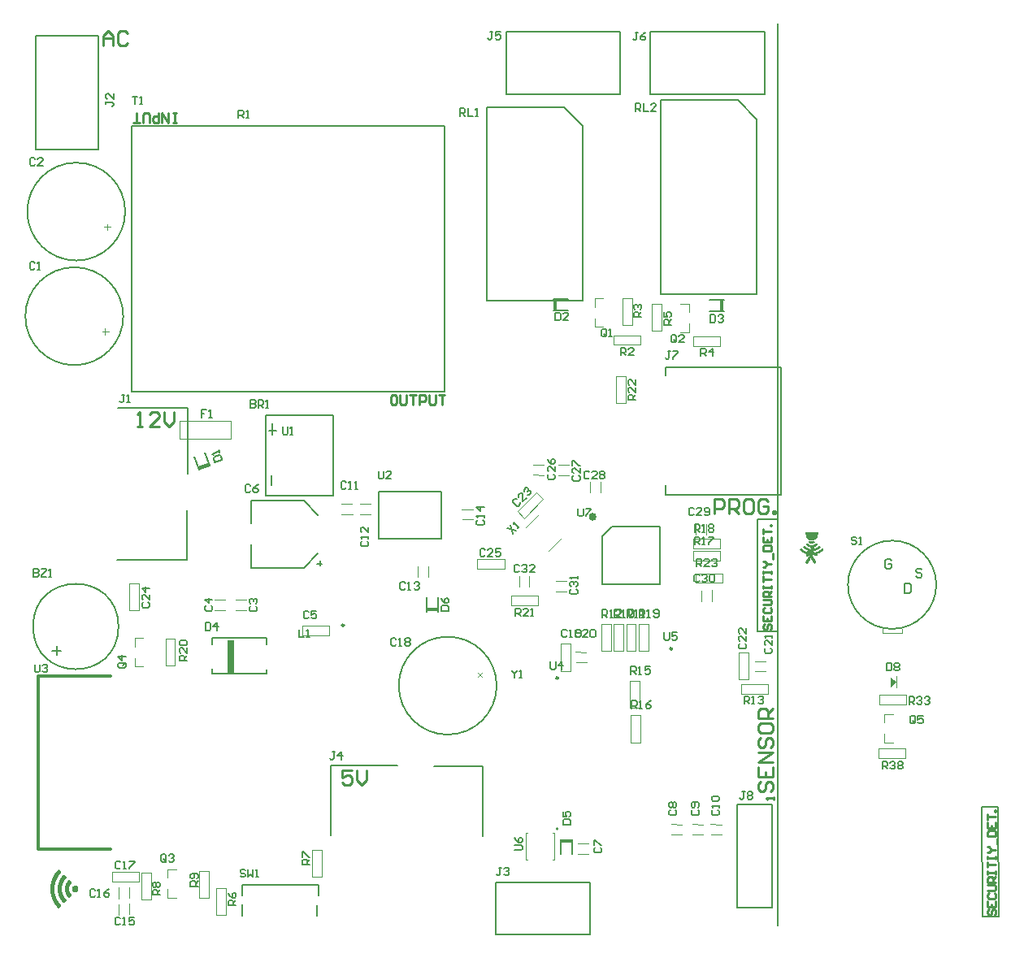
<source format=gto>
G04*
G04 #@! TF.GenerationSoftware,Altium Limited,Altium Designer,20.0.10 (225)*
G04*
G04 Layer_Color=65535*
%FSLAX25Y25*%
%MOIN*%
G70*
G01*
G75*
%ADD10C,0.00787*%
%ADD11C,0.01575*%
%ADD12C,0.01000*%
%ADD13C,0.00014*%
%ADD14C,0.00032*%
%ADD15C,0.01181*%
%ADD16C,0.00394*%
%ADD17C,0.00610*%
%ADD18C,0.00591*%
%ADD19R,0.01575X0.03937*%
%ADD20R,0.03937X0.01575*%
G04:AMPARAMS|DCode=21|XSize=15.75mil|YSize=39.37mil|CornerRadius=0mil|HoleSize=0mil|Usage=FLASHONLY|Rotation=110.000|XOffset=0mil|YOffset=0mil|HoleType=Round|Shape=Rectangle|*
%AMROTATEDRECTD21*
4,1,4,0.02119,-0.00067,-0.01581,-0.01413,-0.02119,0.00067,0.01581,0.01413,0.02119,-0.00067,0.0*
%
%ADD21ROTATEDRECTD21*%

%ADD22R,0.02756X0.13386*%
G36*
X359300Y103745D02*
X359123Y103745D01*
X356918Y101540D01*
X356918Y105477D01*
X359300Y103745D01*
D02*
G37*
D10*
X375619Y143520D02*
G03*
X375619Y143520I-18110J0D01*
G01*
X40192Y126387D02*
G03*
X40192Y126387I-17520J0D01*
G01*
X220507Y43453D02*
G03*
X220507Y43453I-394J0D01*
G01*
X42160Y253690D02*
G03*
X42160Y253690I-20079J0D01*
G01*
X42948Y296603D02*
G03*
X42948Y296603I-20079J0D01*
G01*
X195310Y102115D02*
G03*
X195310Y102115I-20079J0D01*
G01*
X302163Y170253D02*
X310630Y170276D01*
X302163Y170253D02*
X302362Y124409D01*
X310630D01*
X400984Y52362D02*
X401181Y7283D01*
X394291Y52362D02*
X400984D01*
X394291D02*
X394685Y7283D01*
X401181D01*
X45673Y222678D02*
Y331733D01*
X174019Y222678D02*
Y331733D01*
X45673D02*
X174019D01*
X45673Y222678D02*
X174019D01*
X264765Y229254D02*
Y232797D01*
X312009D01*
Y180435D02*
Y232797D01*
X264765Y180435D02*
X312009D01*
X264765D02*
Y184372D01*
X94522Y150540D02*
Y159989D01*
Y150540D02*
X116176D01*
X122081Y156446D01*
X94522Y168650D02*
Y178099D01*
X116176D01*
X122081Y172194D01*
X121688Y152115D02*
X123656D01*
X122869Y151327D02*
Y153296D01*
X31924Y322036D02*
Y368886D01*
X6334Y322036D02*
X31924D01*
X6334D02*
Y368886D01*
X31924D01*
X199247Y344635D02*
X246097D01*
X199247D02*
Y370225D01*
X246097D01*
Y344635D02*
Y370225D01*
X258302Y344635D02*
X305152D01*
X258302D02*
Y370225D01*
X305152D01*
Y344635D02*
Y370225D01*
X194916Y7233D02*
Y21406D01*
X233499D01*
Y146D02*
Y21406D01*
X194916Y146D02*
X233499D01*
X194916D02*
Y7233D01*
X293782Y53302D02*
X305593D01*
X293782Y11176D02*
Y53302D01*
Y11176D02*
X308349D01*
Y53302D01*
X305593D02*
X308349D01*
X14798Y114576D02*
Y118513D01*
X12830Y116544D02*
X16767D01*
X90780Y7725D02*
Y12450D01*
X90898D01*
X121686Y7883D02*
Y12213D01*
X121646D02*
X121686D01*
X122119Y16190D02*
Y20324D01*
X90977D02*
X122119D01*
X90977Y15993D02*
Y20324D01*
X90898Y15993D02*
X90977D01*
X101846Y206871D02*
X104996D01*
X101846D02*
X103421D01*
Y209627D01*
Y204902D02*
Y209627D01*
X103027Y184430D02*
Y188367D01*
X100665Y180099D02*
X128224D01*
Y213170D01*
X100665D02*
X128224D01*
X100665Y180099D02*
Y213170D01*
X146885Y162351D02*
Y181642D01*
Y162351D02*
X172475D01*
Y181642D01*
X146885D02*
X172475D01*
X262239Y143847D02*
Y167469D01*
X238617Y143847D02*
X262239D01*
X238617D02*
Y163532D01*
X242554Y167469D01*
X262239D01*
X218538Y260776D02*
X224444D01*
X218538Y256052D02*
X224444D01*
X282632Y255818D02*
X288538D01*
X282632Y260542D02*
X288538D01*
X226412Y33217D02*
Y39123D01*
X221688Y33217D02*
Y39123D01*
X166448Y132494D02*
Y138400D01*
X171172Y132494D02*
Y138400D01*
X71313Y196211D02*
X73333Y190662D01*
X75752Y197827D02*
X77772Y192278D01*
X191248Y260051D02*
Y260248D01*
Y260051D02*
Y260445D01*
Y260051D02*
X230618D01*
X191248Y260445D02*
Y339539D01*
X230618Y260051D02*
Y331705D01*
X222783Y339539D02*
X230618Y331705D01*
X191248Y339539D02*
X222783D01*
X262593Y262784D02*
Y262981D01*
Y262784D02*
Y263178D01*
Y262784D02*
X301963D01*
X262593Y263178D02*
Y342272D01*
X301963Y262784D02*
Y334438D01*
X294129Y342272D02*
X301963Y334438D01*
X262593Y342272D02*
X294129D01*
X39601Y153886D02*
X68341D01*
Y173965D01*
X68735Y188926D02*
Y216091D01*
X39995D02*
X68735D01*
X189601Y40304D02*
Y69044D01*
X169522D02*
X189601D01*
X127397Y69438D02*
X154562D01*
X127397Y40698D02*
Y69438D01*
X78740Y107086D02*
Y109055D01*
Y107086D02*
X100787D01*
Y108661D01*
Y118897D02*
Y121653D01*
X78740Y118897D02*
Y121653D01*
X100787D01*
X310752Y3690D02*
Y373768D01*
D11*
X235467Y171406D02*
G03*
X235467Y171406I-787J0D01*
G01*
D12*
X132711Y126918D02*
G03*
X132711Y126918I-394J0D01*
G01*
X220507Y105264D02*
G03*
X220507Y105264I-394J0D01*
G01*
X267190Y117264D02*
G03*
X267190Y117264I-394J0D01*
G01*
X397229Y10317D02*
X396672Y9759D01*
Y8644D01*
X397229Y8087D01*
X397787D01*
X398344Y8644D01*
Y9759D01*
X398902Y10317D01*
X399460D01*
X400017Y9759D01*
Y8644D01*
X399460Y8087D01*
X396672Y13662D02*
Y11432D01*
X400017D01*
Y13662D01*
X398344Y11432D02*
Y12547D01*
X397229Y17008D02*
X396672Y16450D01*
Y15335D01*
X397229Y14777D01*
X399460D01*
X400017Y15335D01*
Y16450D01*
X399460Y17008D01*
X396672Y18123D02*
X399460D01*
X400017Y18680D01*
Y19795D01*
X399460Y20353D01*
X396672D01*
X400017Y21468D02*
X396672D01*
Y23141D01*
X397229Y23698D01*
X398344D01*
X398902Y23141D01*
Y21468D01*
Y22583D02*
X400017Y23698D01*
X396672Y24814D02*
Y25929D01*
Y25371D01*
X400017D01*
Y24814D01*
Y25929D01*
X396672Y27601D02*
Y29832D01*
Y28716D01*
X400017D01*
X396672Y30947D02*
Y32062D01*
Y31504D01*
X400017D01*
Y30947D01*
Y32062D01*
X396672Y33735D02*
X397229D01*
X398344Y34850D01*
X397229Y35965D01*
X396672D01*
X398344Y34850D02*
X400017D01*
X400575Y37080D02*
Y39310D01*
X396672Y40425D02*
X400017D01*
Y42098D01*
X399460Y42656D01*
X397229D01*
X396672Y42098D01*
Y40425D01*
Y46001D02*
Y43771D01*
X400017D01*
Y46001D01*
X398344Y43771D02*
Y44886D01*
X396672Y47116D02*
Y49346D01*
Y48231D01*
X400017D01*
Y50461D02*
X399460D01*
Y51019D01*
X400017D01*
Y50461D01*
X305300Y127443D02*
X304743Y126885D01*
Y125770D01*
X305300Y125213D01*
X305858D01*
X306415Y125770D01*
Y126885D01*
X306973Y127443D01*
X307530D01*
X308088Y126885D01*
Y125770D01*
X307530Y125213D01*
X304743Y130788D02*
Y128558D01*
X308088D01*
Y130788D01*
X306415Y128558D02*
Y129673D01*
X305300Y134134D02*
X304743Y133576D01*
Y132461D01*
X305300Y131903D01*
X307530D01*
X308088Y132461D01*
Y133576D01*
X307530Y134134D01*
X304743Y135249D02*
X307530D01*
X308088Y135806D01*
Y136921D01*
X307530Y137479D01*
X304743D01*
X308088Y138594D02*
X304743D01*
Y140267D01*
X305300Y140824D01*
X306415D01*
X306973Y140267D01*
Y138594D01*
Y139709D02*
X308088Y140824D01*
X304743Y141939D02*
Y143055D01*
Y142497D01*
X308088D01*
Y141939D01*
Y143055D01*
X304743Y144727D02*
Y146958D01*
Y145843D01*
X308088D01*
X304743Y148073D02*
Y149188D01*
Y148630D01*
X308088D01*
Y148073D01*
Y149188D01*
X304743Y150861D02*
X305300D01*
X306415Y151976D01*
X305300Y153091D01*
X304743D01*
X306415Y151976D02*
X308088D01*
X308646Y154206D02*
Y156436D01*
X304743Y157551D02*
X308088D01*
Y159224D01*
X307530Y159782D01*
X305300D01*
X304743Y159224D01*
Y157551D01*
Y163127D02*
Y160897D01*
X308088D01*
Y163127D01*
X306415Y160897D02*
Y162012D01*
X304743Y164242D02*
Y166472D01*
Y165357D01*
X308088D01*
Y167587D02*
X307530D01*
Y168145D01*
X308088D01*
Y167587D01*
X303647Y62676D02*
X302648Y61676D01*
Y59677D01*
X303647Y58677D01*
X304647D01*
X305647Y59677D01*
Y61676D01*
X306646Y62676D01*
X307646D01*
X308646Y61676D01*
Y59677D01*
X307646Y58677D01*
X302648Y68674D02*
Y64675D01*
X308646D01*
Y68674D01*
X305647Y64675D02*
Y66675D01*
X308646Y70673D02*
X302648D01*
X308646Y74672D01*
X302648D01*
X303647Y80670D02*
X302648Y79670D01*
Y77671D01*
X303647Y76671D01*
X304647D01*
X305647Y77671D01*
Y79670D01*
X306646Y80670D01*
X307646D01*
X308646Y79670D01*
Y77671D01*
X307646Y76671D01*
X302648Y85668D02*
Y83669D01*
X303647Y82669D01*
X307646D01*
X308646Y83669D01*
Y85668D01*
X307646Y86668D01*
X303647D01*
X302648Y85668D01*
X308646Y88668D02*
X302648D01*
Y91667D01*
X303647Y92666D01*
X305647D01*
X306646Y91667D01*
Y88668D01*
Y90667D02*
X308646Y92666D01*
X284661Y172653D02*
Y178652D01*
X287660D01*
X288660Y177652D01*
Y175653D01*
X287660Y174653D01*
X284661D01*
X290659Y172653D02*
Y178652D01*
X293658D01*
X294658Y177652D01*
Y175653D01*
X293658Y174653D01*
X290659D01*
X292659D02*
X294658Y172653D01*
X299657Y178652D02*
X297657D01*
X296657Y177652D01*
Y173653D01*
X297657Y172653D01*
X299657D01*
X300656Y173653D01*
Y177652D01*
X299657Y178652D01*
X306654Y177652D02*
X305655Y178652D01*
X303655D01*
X302656Y177652D01*
Y173653D01*
X303655Y172653D01*
X305655D01*
X306654Y173653D01*
Y175653D01*
X304655D01*
X308654Y172653D02*
Y173653D01*
X309653D01*
Y172653D01*
X308654D01*
X34071Y364583D02*
Y368581D01*
X36070Y370581D01*
X38070Y368581D01*
Y364583D01*
Y367582D01*
X34071D01*
X44068Y369581D02*
X43068Y370581D01*
X41069D01*
X40069Y369581D01*
Y365582D01*
X41069Y364583D01*
X43068D01*
X44068Y365582D01*
X135904Y67431D02*
X131905D01*
Y64432D01*
X133905Y65432D01*
X134905D01*
X135904Y64432D01*
Y62433D01*
X134905Y61433D01*
X132905D01*
X131905Y62433D01*
X137904Y67431D02*
Y63432D01*
X139903Y61433D01*
X141902Y63432D01*
Y67431D01*
X48047Y208283D02*
X50047D01*
X49047D01*
Y214282D01*
X48047Y213282D01*
X57044Y208283D02*
X53046D01*
X57044Y212282D01*
Y213282D01*
X56045Y214282D01*
X54045D01*
X53046Y213282D01*
X59044Y214282D02*
Y210283D01*
X61043Y208283D01*
X63042Y210283D01*
Y214282D01*
X153759Y221315D02*
X152447D01*
X151791Y220659D01*
Y218035D01*
X152447Y217379D01*
X153759D01*
X154415Y218035D01*
Y220659D01*
X153759Y221315D01*
X155727D02*
Y218035D01*
X156383Y217379D01*
X157695D01*
X158351Y218035D01*
Y221315D01*
X159662D02*
X162286D01*
X160974D01*
Y217379D01*
X163598D02*
Y221315D01*
X165566D01*
X166222Y220659D01*
Y219347D01*
X165566Y218691D01*
X163598D01*
X167534Y221315D02*
Y218035D01*
X168190Y217379D01*
X169502D01*
X170158Y218035D01*
Y221315D01*
X171470D02*
X174093D01*
X172782D01*
Y217379D01*
X63964Y333097D02*
X62652D01*
X63308D01*
Y337033D01*
X63964D01*
X62652D01*
X60685D02*
Y333097D01*
X58061Y337033D01*
Y333097D01*
X56749Y337033D02*
Y333097D01*
X54781D01*
X54125Y333753D01*
Y335065D01*
X54781Y335721D01*
X56749D01*
X52813Y333097D02*
Y336377D01*
X52157Y337033D01*
X50845D01*
X50189Y336377D01*
Y333097D01*
X48877D02*
X46254D01*
X47565D01*
Y337033D01*
X308924Y55483D02*
Y56532D01*
Y56007D01*
X305775D01*
X306300Y55483D01*
D13*
X12273Y18475D02*
Y19161D01*
Y19175D02*
Y19231D01*
X12287Y18181D02*
Y19498D01*
Y19512D02*
Y19526D01*
X12301Y17985D02*
Y17999D01*
Y18012D02*
Y19708D01*
X12315Y17816D02*
Y19890D01*
X12329Y17704D02*
Y20016D01*
X12343Y17564D02*
Y20142D01*
X12357Y17452D02*
Y20254D01*
X12371Y17340D02*
Y20366D01*
X12385Y17242D02*
Y20464D01*
X12399Y17158D02*
Y20548D01*
X12413Y17074D02*
Y20632D01*
X12427Y16990D02*
Y20717D01*
X12441Y16906D02*
Y20801D01*
X12455Y16836D02*
Y20871D01*
X12469Y16752D02*
Y20955D01*
X12483Y16681D02*
Y21011D01*
X12497Y16611D02*
Y21095D01*
X12511Y16555D02*
Y21151D01*
X12525Y16485D02*
Y21221D01*
X12539Y16429D02*
Y21277D01*
X12553Y16359D02*
Y21347D01*
X12567Y16303D02*
Y21403D01*
X12581Y16247D02*
Y21459D01*
X12595Y16191D02*
Y21515D01*
X12609Y16135D02*
Y21571D01*
X12623Y16079D02*
Y21627D01*
X12637Y16023D02*
Y21683D01*
X12651Y15981D02*
Y21725D01*
X12665Y15925D02*
Y21781D01*
X12679Y15869D02*
Y21837D01*
X12693Y15827D02*
Y21879D01*
X12707Y15785D02*
Y21921D01*
X12721Y15729D02*
Y21977D01*
X12735Y15687D02*
Y22019D01*
X12749Y15645D02*
Y22061D01*
X12763Y15589D02*
Y22118D01*
X12777Y15547D02*
Y22160D01*
X12791Y15505D02*
Y22202D01*
X12805Y15463D02*
Y22244D01*
X12819Y15421D02*
Y22286D01*
X12833Y15379D02*
Y22328D01*
X12847Y15337D02*
Y22370D01*
X12861Y15294D02*
Y22412D01*
X12875Y15252D02*
Y22454D01*
X12889Y15210D02*
Y22496D01*
X12903Y15168D02*
Y22538D01*
X12917Y15140D02*
Y22566D01*
X12931Y15098D02*
Y22608D01*
X12945Y15056D02*
Y22650D01*
X12959Y15014D02*
Y22692D01*
X12973Y14986D02*
Y22720D01*
X12987Y14944D02*
Y22762D01*
X13001Y14916D02*
Y22790D01*
X13015Y14874D02*
Y22832D01*
X13029Y14832D02*
Y22874D01*
X13043Y14804D02*
Y22902D01*
X13057Y14776D02*
Y22944D01*
X13071Y14734D02*
Y22972D01*
X13085Y14706D02*
Y23014D01*
X13099Y14664D02*
Y23042D01*
X13113Y14636D02*
Y23070D01*
X13127Y14594D02*
Y23112D01*
X13141Y14566D02*
Y23140D01*
X13155Y14538D02*
Y23168D01*
X13169Y14496D02*
Y23210D01*
X13183Y14468D02*
Y23238D01*
X13197Y14440D02*
Y23266D01*
X13211Y14398D02*
Y23308D01*
X13226Y14370D02*
Y23336D01*
X13239Y14342D02*
Y23365D01*
X13253Y14314D02*
Y23392D01*
X13268Y14286D02*
Y23420D01*
X13282Y14244D02*
Y23449D01*
X13295Y14216D02*
Y23491D01*
X13309Y14188D02*
Y23519D01*
X13323Y14160D02*
Y23547D01*
X13338Y14132D02*
Y23575D01*
X13352Y14104D02*
Y23603D01*
X13366Y14076D02*
Y23631D01*
X13380Y14048D02*
Y23659D01*
X13394Y14019D02*
Y23687D01*
X13408Y13992D02*
Y23715D01*
X13422Y13963D02*
Y23743D01*
X13436Y13936D02*
Y23771D01*
X13450Y13907D02*
Y23799D01*
X13464Y13879D02*
Y23827D01*
X13478Y13851D02*
Y23855D01*
X13492Y13823D02*
Y23883D01*
X13506Y13795D02*
Y23911D01*
X13520Y13767D02*
Y23939D01*
X13534Y13739D02*
Y23967D01*
X13548Y13711D02*
Y23995D01*
X13562Y13683D02*
Y24023D01*
X13576Y13669D02*
Y18671D01*
Y19035D02*
Y19077D01*
Y19091D02*
Y24037D01*
X13590Y13641D02*
Y18293D01*
Y19413D02*
Y24065D01*
X13604Y13613D02*
Y18097D01*
Y19610D02*
Y24093D01*
X13618Y13585D02*
Y17928D01*
Y19778D02*
Y24121D01*
X13632Y13557D02*
Y17774D01*
Y19918D02*
Y24149D01*
X13646Y13543D02*
Y17676D01*
Y20030D02*
Y24163D01*
X13660Y13515D02*
Y17564D01*
Y20156D02*
Y24191D01*
X13674Y13487D02*
Y17466D01*
Y20240D02*
Y24219D01*
X13688Y13459D02*
Y17368D01*
Y20338D02*
Y24247D01*
X13702Y13431D02*
Y17284D01*
Y20422D02*
Y24261D01*
X13716Y13417D02*
Y17200D01*
Y20506D02*
Y24289D01*
X13730Y13389D02*
Y17116D01*
Y20590D02*
Y24317D01*
X13744Y13361D02*
Y17046D01*
Y20661D02*
Y24345D01*
X13758Y13347D02*
Y16976D01*
Y20730D02*
Y24359D01*
X13772Y13319D02*
Y16906D01*
Y20801D02*
Y24387D01*
X13786Y13291D02*
Y16836D01*
Y20871D02*
Y24415D01*
X13800Y13263D02*
Y16780D01*
Y20927D02*
Y24443D01*
X13814Y13249D02*
Y16710D01*
Y20997D02*
Y24457D01*
X13828Y13221D02*
Y16654D01*
Y21053D02*
Y24485D01*
X13842Y13193D02*
Y16597D01*
Y21109D02*
Y24513D01*
X13856Y13179D02*
Y16527D01*
Y21179D02*
Y24527D01*
X13870Y13151D02*
Y16471D01*
Y21235D02*
Y24555D01*
X13884Y13137D02*
Y16429D01*
Y21291D02*
Y24569D01*
X13898Y13109D02*
Y16373D01*
Y21333D02*
Y24597D01*
X13912Y13081D02*
Y16317D01*
Y21389D02*
Y24625D01*
X13926Y13067D02*
Y16261D01*
Y21445D02*
Y24639D01*
X13940Y13039D02*
Y16219D01*
Y21487D02*
Y24667D01*
X13954Y13025D02*
Y16163D01*
Y21543D02*
Y24681D01*
X13968Y12997D02*
Y16121D01*
Y21585D02*
Y24710D01*
X13982Y12983D02*
Y16079D01*
Y21627D02*
Y24737D01*
X13996Y12955D02*
Y16023D01*
Y21683D02*
Y24751D01*
X14010Y12927D02*
Y15981D01*
Y21725D02*
Y24780D01*
X14024Y12913D02*
Y15939D01*
Y21767D02*
Y24793D01*
X14038Y12885D02*
Y15897D01*
Y21809D02*
Y24822D01*
X14052Y12871D02*
Y15855D01*
Y21851D02*
Y24836D01*
X14066Y12843D02*
Y15813D01*
Y21893D02*
Y24864D01*
X14080Y12829D02*
Y15771D01*
Y21935D02*
Y24878D01*
X14094Y12801D02*
Y15729D01*
Y21977D02*
Y24906D01*
X14108Y12787D02*
Y15687D01*
Y22019D02*
Y24920D01*
X14122Y12759D02*
Y15645D01*
Y22061D02*
Y24948D01*
X14136Y12745D02*
Y15603D01*
Y22104D02*
Y24962D01*
X14150Y12717D02*
Y15561D01*
Y22146D02*
Y24990D01*
X14164Y12702D02*
Y15533D01*
Y22174D02*
Y25004D01*
X14178Y12675D02*
Y15491D01*
Y22216D02*
Y25032D01*
X14192Y12661D02*
Y15449D01*
Y22258D02*
Y25046D01*
X14206Y12632D02*
Y15421D01*
Y22286D02*
Y25074D01*
X14220Y12618D02*
Y15379D01*
Y22328D02*
Y25088D01*
X14234Y12605D02*
Y15350D01*
Y22356D02*
Y25102D01*
X14248Y12576D02*
Y15308D01*
Y22398D02*
Y25130D01*
X14262Y12562D02*
Y15267D01*
Y22426D02*
Y25144D01*
X14276Y12534D02*
Y15238D01*
Y22468D02*
Y25172D01*
X14290Y12520D02*
Y15210D01*
Y22510D02*
Y25186D01*
X14304Y12506D02*
Y15168D01*
Y22538D02*
Y25200D01*
X14318Y12478D02*
Y15140D01*
Y22566D02*
Y25228D01*
X14332Y12464D02*
Y15098D01*
Y22608D02*
Y25242D01*
X14346Y12450D02*
Y15070D01*
Y22636D02*
Y25270D01*
X14360Y12422D02*
Y15042D01*
Y22664D02*
Y25284D01*
X14374Y12408D02*
Y15000D01*
Y22706D02*
Y25298D01*
X14388Y12380D02*
Y14972D01*
Y22734D02*
Y25326D01*
X14402Y12366D02*
Y14944D01*
Y22762D02*
Y25340D01*
X14416Y12352D02*
Y14916D01*
Y22790D02*
Y25354D01*
X14430Y12324D02*
Y14874D01*
Y22832D02*
Y25382D01*
X14444Y12310D02*
Y14846D01*
Y22860D02*
Y25396D01*
X14458Y12296D02*
Y14818D01*
Y22888D02*
Y25410D01*
X14472Y12268D02*
Y14790D01*
Y22916D02*
Y25438D01*
X14486Y12254D02*
Y14762D01*
Y22944D02*
Y25452D01*
X14500Y12240D02*
Y14720D01*
Y22986D02*
Y25466D01*
X14514Y12212D02*
Y14692D01*
Y23000D02*
Y25494D01*
X14528Y12198D02*
Y14678D01*
Y23028D02*
Y25508D01*
X14542Y12184D02*
Y14636D01*
Y23070D02*
Y25522D01*
X14557Y12156D02*
Y14608D01*
Y23098D02*
Y25550D01*
X14570Y12142D02*
Y14580D01*
Y23126D02*
Y25564D01*
X14584Y12128D02*
Y14552D01*
Y23154D02*
Y25578D01*
X14599Y12114D02*
Y14524D01*
Y23182D02*
Y25592D01*
X14613Y12086D02*
Y14496D01*
Y23210D02*
Y25620D01*
X14627Y12072D02*
Y14468D01*
Y23224D02*
Y25634D01*
X14640Y12058D02*
Y14454D01*
Y23252D02*
Y25648D01*
X14654Y12044D02*
Y14426D01*
Y23280D02*
Y25662D01*
X14669Y12016D02*
Y14398D01*
Y23308D02*
Y25690D01*
X14683Y12002D02*
Y14370D01*
Y23336D02*
Y25704D01*
X14697Y11988D02*
Y14342D01*
Y23365D02*
Y25718D01*
X14711Y11974D02*
Y14314D01*
Y23392D02*
Y25732D01*
X14725Y11946D02*
Y14286D01*
Y23420D02*
Y25760D01*
X14739Y11932D02*
Y14258D01*
Y23449D02*
Y25774D01*
X14753Y11918D02*
Y14244D01*
Y23462D02*
Y25788D01*
X14767Y11904D02*
Y14216D01*
Y23491D02*
Y25802D01*
X14781Y11890D02*
Y14188D01*
Y23519D02*
Y25816D01*
X14795Y11862D02*
Y14160D01*
Y23547D02*
Y25844D01*
X14809Y11848D02*
Y14132D01*
Y23575D02*
Y25858D01*
X14823Y11834D02*
Y14104D01*
Y23589D02*
Y25872D01*
X14837Y11820D02*
Y14090D01*
Y23617D02*
Y25886D01*
X14851Y11806D02*
Y14062D01*
Y23645D02*
Y25900D01*
X14865Y11778D02*
Y14033D01*
Y23673D02*
Y25928D01*
X14879Y11764D02*
Y14019D01*
Y23687D02*
Y25942D01*
X14893Y11750D02*
Y13992D01*
Y23715D02*
Y25956D01*
X14907Y11736D02*
Y13963D01*
Y23743D02*
Y25970D01*
X14921Y11722D02*
Y13950D01*
Y23757D02*
Y25984D01*
X14935Y11708D02*
Y13922D01*
Y23785D02*
Y25998D01*
X14949Y11694D02*
Y13893D01*
Y23813D02*
Y26012D01*
X14963Y11666D02*
Y13879D01*
Y23827D02*
Y26040D01*
X14977Y11652D02*
Y13851D01*
Y23855D02*
Y26054D01*
X14991Y11638D02*
Y13823D01*
Y23883D02*
Y26068D01*
X15005Y11624D02*
Y13809D01*
Y23897D02*
Y26083D01*
X15019Y11610D02*
Y13781D01*
Y23925D02*
Y26096D01*
X15033Y11596D02*
Y13753D01*
Y23953D02*
Y26111D01*
X15047Y11582D02*
Y13739D01*
Y23967D02*
Y26125D01*
X15061Y11554D02*
Y13711D01*
Y23995D02*
Y26138D01*
X15075Y11540D02*
Y13697D01*
Y24009D02*
Y26166D01*
X15089Y11526D02*
Y13669D01*
Y24037D02*
Y26181D01*
X15103Y11512D02*
Y13655D01*
Y24051D02*
Y26195D01*
X15117Y11498D02*
Y13627D01*
Y24079D02*
Y26209D01*
X15131Y11484D02*
Y13599D01*
Y24107D02*
Y26223D01*
X15145Y11470D02*
Y13585D01*
Y24121D02*
Y26237D01*
X15159Y11456D02*
Y13557D01*
Y24149D02*
Y26251D01*
X15173Y11442D02*
Y13543D01*
Y24163D02*
Y26265D01*
X15187Y11428D02*
Y13515D01*
Y24191D02*
Y26279D01*
X15201Y11414D02*
Y13501D01*
Y24205D02*
Y26293D01*
X15215Y11400D02*
Y13473D01*
Y24233D02*
Y26307D01*
X15229Y11372D02*
Y13459D01*
Y24247D02*
Y26335D01*
X15243Y11358D02*
Y13445D01*
Y24261D02*
Y26349D01*
X15257Y11344D02*
Y13417D01*
Y24289D02*
Y26363D01*
X15271Y11329D02*
Y13403D01*
Y24303D02*
Y26377D01*
X15285Y11315D02*
Y13375D01*
Y24331D02*
Y26391D01*
X15299Y11302D02*
Y13361D01*
Y18461D02*
Y18503D01*
Y18531D02*
Y19245D01*
Y24345D02*
Y26405D01*
X15313Y11287D02*
Y13333D01*
Y18237D02*
Y19470D01*
Y24373D02*
Y26419D01*
X15327Y11274D02*
Y13319D01*
Y18083D02*
Y18097D01*
Y18111D02*
Y19624D01*
Y24387D02*
Y26433D01*
X15341Y11259D02*
Y13291D01*
Y17956D02*
Y19750D01*
Y24415D02*
Y26447D01*
X15355Y11246D02*
Y13277D01*
Y17844D02*
Y19876D01*
Y24429D02*
Y26461D01*
X15369Y11231D02*
Y13263D01*
Y17732D02*
Y19974D01*
Y24443D02*
Y26475D01*
X15383Y11217D02*
Y13235D01*
Y17634D02*
Y20072D01*
Y24471D02*
Y26489D01*
X15397Y11203D02*
Y13221D01*
Y17550D02*
Y20156D01*
Y24485D02*
Y26503D01*
X15411Y11189D02*
Y13207D01*
Y17466D02*
Y20226D01*
Y24513D02*
Y26517D01*
X15425Y11175D02*
Y13179D01*
Y17396D02*
Y20310D01*
Y24527D02*
Y26531D01*
X15439Y11161D02*
Y13165D01*
Y17326D02*
Y20380D01*
Y24541D02*
Y26545D01*
X15453Y11147D02*
Y13137D01*
Y17256D02*
Y20450D01*
Y24569D02*
Y26559D01*
X15467Y11133D02*
Y13123D01*
Y17186D02*
Y20520D01*
Y24583D02*
Y26573D01*
X15481Y11147D02*
Y13109D01*
Y17116D02*
Y20590D01*
Y24597D02*
Y26559D01*
X15495Y11161D02*
Y13081D01*
Y17060D02*
Y20646D01*
Y24625D02*
Y26545D01*
X15509Y11175D02*
Y13067D01*
Y17004D02*
Y20703D01*
Y24639D02*
Y26531D01*
X15523Y11189D02*
Y13053D01*
Y16948D02*
Y20759D01*
Y24653D02*
Y26517D01*
X15537Y11203D02*
Y13025D01*
Y16892D02*
Y20815D01*
Y24681D02*
Y26503D01*
X15551Y11217D02*
Y13011D01*
Y16836D02*
Y20871D01*
Y24695D02*
Y26489D01*
X15565Y11231D02*
Y12997D01*
Y16780D02*
Y20927D01*
Y24710D02*
Y26475D01*
X15579Y11246D02*
Y12983D01*
Y16737D02*
Y20969D01*
Y24724D02*
Y26461D01*
X15593Y11259D02*
Y12955D01*
Y16681D02*
Y21025D01*
Y24751D02*
Y26447D01*
X15607Y11274D02*
Y12941D01*
Y16639D02*
Y21067D01*
Y24766D02*
Y26433D01*
X15621Y11287D02*
Y12927D01*
Y16583D02*
Y21123D01*
Y24780D02*
Y26419D01*
X15635Y11302D02*
Y12899D01*
Y16541D02*
Y21165D01*
Y24807D02*
Y26405D01*
X15649Y11315D02*
Y12885D01*
Y16499D02*
Y21207D01*
Y24822D02*
Y26391D01*
X15663Y11329D02*
Y12871D01*
Y16457D02*
Y21249D01*
Y24836D02*
Y26377D01*
X15677Y11344D02*
Y12857D01*
Y16401D02*
Y21305D01*
Y24850D02*
Y26363D01*
X15691Y11358D02*
Y12829D01*
Y16359D02*
Y21347D01*
Y24878D02*
Y26349D01*
X15705Y11372D02*
Y12815D01*
Y16317D02*
Y21389D01*
Y24892D02*
Y26335D01*
X15719Y11386D02*
Y12801D01*
Y16275D02*
Y21431D01*
Y24906D02*
Y26321D01*
X15733Y11400D02*
Y12787D01*
Y16247D02*
Y21459D01*
Y24920D02*
Y26307D01*
X15747Y11414D02*
Y12759D01*
Y16205D02*
Y21501D01*
Y24948D02*
Y26293D01*
X15761Y11428D02*
Y12745D01*
Y16163D02*
Y21543D01*
Y24962D02*
Y26279D01*
X15775Y11442D02*
Y12731D01*
Y16121D02*
Y21585D01*
Y24976D02*
Y26265D01*
X15789Y11456D02*
Y12717D01*
Y16079D02*
Y21613D01*
Y24990D02*
Y26251D01*
X15803Y11470D02*
Y12702D01*
Y16051D02*
Y21655D01*
Y25004D02*
Y26237D01*
X15817Y11484D02*
Y12675D01*
Y16009D02*
Y21697D01*
Y25032D02*
Y26223D01*
X15831Y11498D02*
Y12661D01*
Y15981D02*
Y21725D01*
Y25046D02*
Y26209D01*
X15845Y11512D02*
Y12646D01*
Y15939D02*
Y21767D01*
Y25060D02*
Y26195D01*
X15859Y11526D02*
Y12632D01*
Y15911D02*
Y21795D01*
Y25074D02*
Y26181D01*
X15873Y11540D02*
Y12618D01*
Y15869D02*
Y21837D01*
Y25088D02*
Y26166D01*
X15887Y11554D02*
Y12605D01*
Y15841D02*
Y21865D01*
Y25102D02*
Y26153D01*
X15901Y11568D02*
Y12576D01*
Y15799D02*
Y21907D01*
Y25130D02*
Y26138D01*
X15915Y11582D02*
Y12562D01*
Y15771D02*
Y21935D01*
Y25144D02*
Y26125D01*
X15929Y11596D02*
Y12548D01*
Y15729D02*
Y21977D01*
Y25158D02*
Y26111D01*
X15944Y11610D02*
Y12534D01*
Y15701D02*
Y22005D01*
Y25172D02*
Y26096D01*
X15958Y11624D02*
Y12520D01*
Y15673D02*
Y22034D01*
Y25186D02*
Y26083D01*
X15971Y11638D02*
Y12506D01*
Y15645D02*
Y22061D01*
Y25200D02*
Y26068D01*
X15985Y11652D02*
Y12492D01*
Y15603D02*
Y22104D01*
Y25214D02*
Y26054D01*
X16000Y11666D02*
Y12464D01*
Y15575D02*
Y22131D01*
Y25242D02*
Y26040D01*
X16014Y11680D02*
Y12450D01*
Y15547D02*
Y22160D01*
Y25256D02*
Y26026D01*
X16027Y11694D02*
Y12436D01*
Y15519D02*
Y22188D01*
Y25270D02*
Y26012D01*
X16042Y11708D02*
Y12422D01*
Y15491D02*
Y22216D01*
Y25284D02*
Y25998D01*
X16056Y11722D02*
Y12408D01*
Y15463D02*
Y22244D01*
Y25298D02*
Y25984D01*
X16070Y11736D02*
Y12394D01*
Y15421D02*
Y22286D01*
Y25312D02*
Y25970D01*
X16084Y11750D02*
Y12380D01*
Y15393D02*
Y22314D01*
Y25326D02*
Y25956D01*
X16098Y11764D02*
Y12366D01*
Y15364D02*
Y22342D01*
Y25340D02*
Y25942D01*
X16112Y11778D02*
Y12352D01*
Y15337D02*
Y22370D01*
Y25354D02*
Y25928D01*
X16126Y11792D02*
Y12338D01*
Y15308D02*
Y22398D01*
Y25368D02*
Y25914D01*
X16140Y11806D02*
Y12310D01*
Y15294D02*
Y22426D01*
Y25396D02*
Y25900D01*
X16154Y11820D02*
Y12296D01*
Y15267D02*
Y22454D01*
Y25410D02*
Y25886D01*
X16168Y11834D02*
Y12282D01*
Y15238D02*
Y22482D01*
Y25424D02*
Y25872D01*
X16182Y11848D02*
Y12268D01*
Y15210D02*
Y22496D01*
Y25438D02*
Y25858D01*
X16196Y11862D02*
Y12254D01*
Y15182D02*
Y22524D01*
Y25452D02*
Y25844D01*
X16210Y11876D02*
Y12240D01*
Y15154D02*
Y22552D01*
Y25466D02*
Y25830D01*
X16224Y11890D02*
Y12226D01*
Y15126D02*
Y22580D01*
Y25480D02*
Y25816D01*
X16238Y11904D02*
Y12212D01*
Y15098D02*
Y22608D01*
Y25494D02*
Y25802D01*
X16252Y11918D02*
Y12198D01*
Y15070D02*
Y22636D01*
Y25508D02*
Y25788D01*
X16266Y11932D02*
Y12184D01*
Y15042D02*
Y22664D01*
Y25522D02*
Y25774D01*
X16280Y11946D02*
Y12170D01*
Y15028D02*
Y22678D01*
Y25536D02*
Y25760D01*
X16294Y11960D02*
Y12156D01*
Y15000D02*
Y22706D01*
Y25550D02*
Y25746D01*
X16308Y11974D02*
Y12142D01*
Y14972D02*
Y22734D01*
Y25564D02*
Y25732D01*
X16322Y11988D02*
Y12128D01*
Y14944D02*
Y22762D01*
Y25578D02*
Y25718D01*
X16336Y12002D02*
Y12114D01*
Y14930D02*
Y22790D01*
Y25592D02*
Y25704D01*
X16350Y12016D02*
Y12100D01*
Y14902D02*
Y22804D01*
Y25606D02*
Y25690D01*
X16364Y12030D02*
Y12086D01*
Y14874D02*
Y22832D01*
Y25620D02*
Y25676D01*
X16378Y12044D02*
Y12072D01*
Y14846D02*
Y22860D01*
Y25634D02*
Y25662D01*
X16392Y14832D02*
Y22874D01*
X16406Y14804D02*
Y22902D01*
X16420Y14776D02*
Y22930D01*
X16434Y14762D02*
Y22944D01*
X16448Y14734D02*
Y22972D01*
X16462Y14706D02*
Y23000D01*
X16476Y14692D02*
Y23014D01*
X16490Y14664D02*
Y23042D01*
X16504Y14650D02*
Y23056D01*
X16518Y14622D02*
Y23084D01*
X16532Y14594D02*
Y23112D01*
X16546Y14580D02*
Y23126D01*
X16560Y14552D02*
Y23154D01*
X16574Y14538D02*
Y23168D01*
X16588Y14510D02*
Y23196D01*
X16602Y14496D02*
Y18587D01*
Y19119D02*
Y23210D01*
X16616Y14468D02*
Y18349D01*
Y19357D02*
Y23238D01*
X16630Y14454D02*
Y18195D01*
Y19526D02*
Y23252D01*
X16644Y14426D02*
Y18068D01*
Y19652D02*
Y23280D01*
X16658Y14412D02*
Y17956D01*
Y19750D02*
Y23294D01*
X16672Y14384D02*
Y17858D01*
Y19862D02*
Y23308D01*
X16686Y14370D02*
Y17774D01*
Y19946D02*
Y23336D01*
X16700Y14356D02*
Y17690D01*
Y20016D02*
Y23350D01*
X16714Y14328D02*
Y17606D01*
Y20100D02*
Y23379D01*
X16728Y14314D02*
Y17536D01*
Y20170D02*
Y23392D01*
X16742Y14286D02*
Y17466D01*
Y20240D02*
Y23420D01*
X16756Y14272D02*
Y17396D01*
Y20296D02*
Y23435D01*
X16770Y14244D02*
Y17340D01*
Y20366D02*
Y23449D01*
X16784Y14230D02*
Y17284D01*
Y20422D02*
Y23476D01*
X16798Y14216D02*
Y17228D01*
Y20478D02*
Y23491D01*
X16812Y14188D02*
Y17172D01*
Y20534D02*
Y23519D01*
X16826Y14174D02*
Y17130D01*
Y20576D02*
Y23533D01*
X16840Y14160D02*
Y17074D01*
Y20632D02*
Y23547D01*
X16854Y14132D02*
Y17018D01*
Y20688D02*
Y23575D01*
X16868Y14118D02*
Y16976D01*
Y20730D02*
Y23589D01*
X16882Y14104D02*
Y16934D01*
Y20773D02*
Y23603D01*
X16896Y14076D02*
Y16878D01*
Y20829D02*
Y23631D01*
X16910Y14062D02*
Y16836D01*
Y20871D02*
Y23645D01*
X16924Y14048D02*
Y16794D01*
Y20913D02*
Y23659D01*
X16938Y14019D02*
Y16752D01*
Y20955D02*
Y23687D01*
X16952Y14006D02*
Y16710D01*
Y20997D02*
Y23701D01*
X16966Y13992D02*
Y16668D01*
Y21039D02*
Y23715D01*
X16980Y13977D02*
Y16625D01*
Y21081D02*
Y23729D01*
X16994Y13950D02*
Y16597D01*
Y21109D02*
Y23757D01*
X17008Y13936D02*
Y16555D01*
Y21151D02*
Y23771D01*
X17022Y13922D02*
Y16513D01*
Y21193D02*
Y23785D01*
X17036Y13907D02*
Y16485D01*
Y21221D02*
Y23799D01*
X17050Y13879D02*
Y16443D01*
Y21263D02*
Y23827D01*
X17064Y13865D02*
Y16415D01*
Y21291D02*
Y23841D01*
X17078Y13851D02*
Y16373D01*
Y21333D02*
Y23855D01*
X17092Y13837D02*
Y16345D01*
Y21361D02*
Y23869D01*
X17106Y13809D02*
Y16303D01*
Y21403D02*
Y23897D01*
X17120Y13795D02*
Y16275D01*
Y21431D02*
Y23911D01*
X17134Y13781D02*
Y16247D01*
Y21459D02*
Y23925D01*
X17148Y13767D02*
Y16205D01*
Y21501D02*
Y23939D01*
X17162Y13753D02*
Y16177D01*
Y21529D02*
Y23953D01*
X17176Y13739D02*
Y16149D01*
Y21557D02*
Y23967D01*
X17190Y13711D02*
Y16121D01*
Y21585D02*
Y23995D01*
X17204Y13697D02*
Y16079D01*
Y21627D02*
Y24009D01*
X17218Y13683D02*
Y16051D01*
Y21655D02*
Y24023D01*
X17232Y13669D02*
Y16023D01*
Y21683D02*
Y24037D01*
X17246Y13655D02*
Y15995D01*
Y21711D02*
Y24051D01*
X17260Y13641D02*
Y15967D01*
Y21739D02*
Y24065D01*
X17275Y13627D02*
Y15939D01*
Y21767D02*
Y24079D01*
X17289Y13599D02*
Y15911D01*
Y21795D02*
Y24107D01*
X17302Y13585D02*
Y15883D01*
Y21823D02*
Y24121D01*
X17316Y13571D02*
Y15855D01*
Y21851D02*
Y24135D01*
X17331Y13557D02*
Y15827D01*
Y21879D02*
Y24149D01*
X17345Y13543D02*
Y15799D01*
Y21907D02*
Y24163D01*
X17358Y13529D02*
Y15771D01*
Y21935D02*
Y24177D01*
X17372Y13515D02*
Y15743D01*
Y21963D02*
Y24191D01*
X17387Y13501D02*
Y15729D01*
Y21977D02*
Y24205D01*
X17401Y13487D02*
Y15701D01*
Y22005D02*
Y24219D01*
X17415Y13473D02*
Y15673D01*
Y22034D02*
Y24233D01*
X17429Y13445D02*
Y15645D01*
Y22061D02*
Y24261D01*
X17443Y13431D02*
Y15617D01*
Y22090D02*
Y24275D01*
X17457Y13417D02*
Y15603D01*
Y22104D02*
Y24289D01*
X17471Y13403D02*
Y15575D01*
Y22131D02*
Y24303D01*
X17485Y13389D02*
Y15547D01*
Y22160D02*
Y24317D01*
X17499Y13375D02*
Y15519D01*
Y22188D02*
Y24331D01*
X17513Y13361D02*
Y15505D01*
Y22202D02*
Y24345D01*
X17527Y13347D02*
Y15477D01*
Y22230D02*
Y24359D01*
X17541Y13333D02*
Y15449D01*
Y22258D02*
Y24373D01*
X17555Y13319D02*
Y15435D01*
Y22272D02*
Y24387D01*
X17569Y13305D02*
Y15407D01*
Y22300D02*
Y24401D01*
X17583Y13291D02*
Y15379D01*
Y22328D02*
Y24415D01*
X17597Y13277D02*
Y15364D01*
Y22342D02*
Y24429D01*
X17611Y13277D02*
Y15337D01*
Y22370D02*
Y24429D01*
X17625Y13291D02*
Y15323D01*
Y22384D02*
Y24415D01*
X17639Y13305D02*
Y15294D01*
Y22412D02*
Y24401D01*
X17653Y13319D02*
Y15281D01*
Y22426D02*
Y24387D01*
X17667Y13333D02*
Y15252D01*
Y22454D02*
Y24373D01*
X17681Y13347D02*
Y15238D01*
Y22482D02*
Y24359D01*
X17695Y13361D02*
Y15210D01*
Y22496D02*
Y24345D01*
X17709Y13375D02*
Y15182D01*
Y22524D02*
Y24331D01*
X17723Y13389D02*
Y15168D01*
Y22538D02*
Y24317D01*
X17737Y13403D02*
Y15154D01*
Y22552D02*
Y24303D01*
X17751Y13417D02*
Y15126D01*
Y22580D02*
Y24289D01*
X17765Y13431D02*
Y15112D01*
Y22594D02*
Y24275D01*
X17779Y13445D02*
Y15084D01*
Y22622D02*
Y24261D01*
X17793Y13459D02*
Y15070D01*
Y22636D02*
Y24247D01*
X17807Y13473D02*
Y15042D01*
Y22664D02*
Y24233D01*
X17821Y13487D02*
Y15028D01*
Y22678D02*
Y24219D01*
X17835Y13501D02*
Y15014D01*
Y22692D02*
Y24205D01*
X17849Y13515D02*
Y14986D01*
Y22720D02*
Y24191D01*
X17863Y13529D02*
Y14972D01*
Y22734D02*
Y24177D01*
X17877Y13543D02*
Y14944D01*
Y22762D02*
Y24163D01*
X17891Y13557D02*
Y14930D01*
Y22776D02*
Y24149D01*
X17905Y13571D02*
Y14916D01*
Y22790D02*
Y24135D01*
X17919Y13585D02*
Y14888D01*
Y22818D02*
Y24121D01*
X17933Y13599D02*
Y14874D01*
Y22832D02*
Y24107D01*
X17947Y13613D02*
Y14860D01*
Y22846D02*
Y24093D01*
X17961Y13627D02*
Y14832D01*
Y22874D02*
Y24079D01*
X17975Y13641D02*
Y14818D01*
Y22888D02*
Y24065D01*
X17989Y13655D02*
Y14804D01*
Y22902D02*
Y24051D01*
X18003Y13669D02*
Y14790D01*
Y22916D02*
Y24037D01*
X18017Y13683D02*
Y14762D01*
Y22944D02*
Y24023D01*
X18031Y13697D02*
Y14748D01*
Y22958D02*
Y24009D01*
X18045Y13711D02*
Y14734D01*
Y22972D02*
Y23995D01*
X18059Y13725D02*
Y14720D01*
Y22986D02*
Y23981D01*
X18073Y13739D02*
Y14692D01*
Y23014D02*
Y23967D01*
X18087Y13753D02*
Y14678D01*
Y23028D02*
Y23953D01*
X18101Y13767D02*
Y14664D01*
Y23042D02*
Y23939D01*
X18115Y13781D02*
Y14650D01*
Y23056D02*
Y23925D01*
X18129Y13795D02*
Y14636D01*
Y23070D02*
Y23911D01*
X18143Y13809D02*
Y14608D01*
Y23098D02*
Y23897D01*
X18157Y13823D02*
Y14594D01*
Y23112D02*
Y23883D01*
X18171Y13837D02*
Y14580D01*
Y23126D02*
Y23869D01*
X18185Y13851D02*
Y14566D01*
Y23140D02*
Y23855D01*
X18199Y13865D02*
Y14552D01*
Y23154D02*
Y23841D01*
X18213Y13879D02*
Y14524D01*
Y23168D02*
Y23827D01*
X18227Y13893D02*
Y14510D01*
Y23196D02*
Y23813D01*
X18241Y13907D02*
Y14496D01*
Y23210D02*
Y23799D01*
X18255Y13922D02*
Y14482D01*
Y23224D02*
Y23785D01*
X18269Y13936D02*
Y14468D01*
Y23238D02*
Y23771D01*
X18283Y13950D02*
Y14454D01*
Y23252D02*
Y23757D01*
X18297Y13963D02*
Y14440D01*
Y23266D02*
Y23743D01*
X18311Y13977D02*
Y14426D01*
Y23280D02*
Y23729D01*
X18325Y13992D02*
Y14412D01*
Y18503D02*
Y19203D01*
Y23294D02*
Y23715D01*
X18339Y14006D02*
Y14384D01*
Y18335D02*
Y19357D01*
Y23322D02*
Y23701D01*
X18353Y14019D02*
Y14370D01*
Y18237D02*
Y19470D01*
Y23336D02*
Y23687D01*
X18367Y14033D02*
Y14356D01*
Y18125D02*
Y19568D01*
Y23350D02*
Y23673D01*
X18381Y14048D02*
Y14342D01*
Y18041D02*
Y19666D01*
Y23365D02*
Y23659D01*
X18395Y14062D02*
Y14328D01*
Y17956D02*
Y19750D01*
Y23379D02*
Y23645D01*
X18409Y14076D02*
Y14314D01*
Y17886D02*
Y19820D01*
Y23392D02*
Y23631D01*
X18423Y14090D02*
Y14300D01*
Y17816D02*
Y19890D01*
Y23406D02*
Y23617D01*
X18437Y14104D02*
Y14286D01*
Y17760D02*
Y19946D01*
Y23420D02*
Y23603D01*
X18451Y14118D02*
Y14272D01*
Y17704D02*
Y20002D01*
Y23435D02*
Y23589D01*
X18465Y14132D02*
Y14258D01*
Y17648D02*
Y20058D01*
Y23449D02*
Y23575D01*
X18479Y14146D02*
Y14244D01*
Y17592D02*
Y20114D01*
Y23462D02*
Y23561D01*
X18493Y14160D02*
Y14230D01*
Y17536D02*
Y20170D01*
Y23476D02*
Y23547D01*
X18507Y14174D02*
Y14216D01*
Y17494D02*
Y20212D01*
Y23491D02*
Y23533D01*
X18521Y14188D02*
Y14202D01*
Y17438D02*
Y20268D01*
Y23505D02*
Y23519D01*
X18535Y17396D02*
Y20310D01*
X18549Y17354D02*
Y20352D01*
X18563Y17312D02*
Y20394D01*
X18577Y17270D02*
Y20436D01*
X18591Y17228D02*
Y20478D01*
X18605Y17186D02*
Y20520D01*
X18620Y17144D02*
Y20562D01*
X18633Y17116D02*
Y20590D01*
X18647Y17074D02*
Y20632D01*
X18662Y17046D02*
Y20661D01*
X18676Y17004D02*
Y20703D01*
X18689Y16976D02*
Y20730D01*
X18703Y16934D02*
Y20773D01*
X18718Y16906D02*
Y20801D01*
X18732Y16878D02*
Y20829D01*
X18746Y16850D02*
Y20857D01*
X18760Y16808D02*
Y20899D01*
X18774Y16780D02*
Y20927D01*
X18788Y16752D02*
Y20955D01*
X18802Y16724D02*
Y20983D01*
X18816Y16695D02*
Y21011D01*
X18830Y16668D02*
Y21039D01*
X18844Y16639D02*
Y21067D01*
X18858Y16611D02*
Y21095D01*
X18872Y16583D02*
Y21123D01*
X18886Y16555D02*
Y21151D01*
X18900Y16527D02*
Y21165D01*
X18914Y16513D02*
Y21193D01*
X18928Y16485D02*
Y21221D01*
X18942Y16457D02*
Y21249D01*
X18956Y16429D02*
Y21277D01*
X18970Y16415D02*
Y21291D01*
X18984Y16387D02*
Y21319D01*
X18998Y16359D02*
Y21347D01*
X19012Y16331D02*
Y21375D01*
X19026Y16317D02*
Y21389D01*
X19040Y16289D02*
Y21417D01*
X19054Y16275D02*
Y21431D01*
X19068Y16247D02*
Y21459D01*
X19082Y16219D02*
Y21487D01*
X19096Y16205D02*
Y21501D01*
X19110Y16177D02*
Y21529D01*
X19124Y16163D02*
Y21543D01*
X19138Y16135D02*
Y21571D01*
X19152Y16121D02*
Y21585D01*
X19166Y16093D02*
Y21599D01*
X19180Y16079D02*
Y21627D01*
X19194Y16065D02*
Y21641D01*
X19208Y16037D02*
Y21669D01*
X19222Y16023D02*
Y21683D01*
X19236Y15995D02*
Y21711D01*
X19250Y15981D02*
Y21725D01*
X19264Y15967D02*
Y21739D01*
X19278Y15939D02*
Y21767D01*
X19292Y15925D02*
Y21781D01*
X19306Y15911D02*
Y21795D01*
X19320Y15883D02*
Y21823D01*
X19334Y15869D02*
Y21837D01*
X19348Y15855D02*
Y21851D01*
X19362Y15841D02*
Y21865D01*
X19376Y15813D02*
Y21893D01*
X19390Y15799D02*
Y21907D01*
X19404Y15785D02*
Y21921D01*
X19418Y15771D02*
Y21935D01*
X19432Y15743D02*
Y21963D01*
X19446Y15729D02*
Y21977D01*
X19460Y15715D02*
Y21991D01*
X19474Y15701D02*
Y22005D01*
X19488Y15687D02*
Y22019D01*
X19502Y15659D02*
Y22048D01*
X19516Y15645D02*
Y22061D01*
X19530Y15631D02*
Y22075D01*
X19544Y15617D02*
Y22090D01*
X19558Y15603D02*
Y22104D01*
X19572Y15589D02*
Y22118D01*
X19586Y15575D02*
Y22131D01*
X19600Y15561D02*
Y22146D01*
X19614Y15547D02*
Y22160D01*
X19628Y15533D02*
Y18601D01*
Y19105D02*
Y22174D01*
X19642Y15505D02*
Y18447D01*
Y19259D02*
Y22202D01*
X19656Y15491D02*
Y18335D01*
Y19372D02*
Y22216D01*
X19670Y15477D02*
Y18237D01*
Y19456D02*
Y22230D01*
X19684Y15463D02*
Y18167D01*
Y19526D02*
Y22244D01*
X19698Y15449D02*
Y18111D01*
Y19596D02*
Y22258D01*
X19712Y15435D02*
Y18041D01*
Y19666D02*
Y22272D01*
X19726Y15421D02*
Y17985D01*
Y19722D02*
Y22286D01*
X19740Y15421D02*
Y17928D01*
Y19778D02*
Y22286D01*
X19754Y15421D02*
Y17872D01*
Y19834D02*
Y22286D01*
X19768Y15435D02*
Y17830D01*
Y19876D02*
Y22272D01*
X19782Y15449D02*
Y17788D01*
Y19918D02*
Y22258D01*
X19796Y15463D02*
Y17746D01*
Y19960D02*
Y22244D01*
X19810Y15477D02*
Y17704D01*
Y20002D02*
Y22230D01*
X19824Y15491D02*
Y17662D01*
Y20044D02*
Y22216D01*
X19838Y15505D02*
Y17620D01*
Y20086D02*
Y22202D01*
X19852Y15519D02*
Y17578D01*
Y20128D02*
Y22188D01*
X19866Y15533D02*
Y17550D01*
Y20156D02*
Y22174D01*
X19880Y15547D02*
Y17508D01*
Y20198D02*
Y22160D01*
X19894Y15561D02*
Y17480D01*
Y20226D02*
Y22146D01*
X19908Y15575D02*
Y17452D01*
Y20268D02*
Y22131D01*
X19922Y15589D02*
Y17410D01*
Y20296D02*
Y22118D01*
X19936Y15603D02*
Y17382D01*
Y20324D02*
Y22104D01*
X19951Y15617D02*
Y17354D01*
Y20352D02*
Y22090D01*
X19964Y15631D02*
Y17326D01*
Y20380D02*
Y22075D01*
X19978Y15645D02*
Y17298D01*
Y20422D02*
Y22061D01*
X19993Y15659D02*
Y17256D01*
Y20450D02*
Y22048D01*
X20007Y15673D02*
Y17228D01*
Y20464D02*
Y22034D01*
X20020Y15687D02*
Y17214D01*
Y20492D02*
Y22019D01*
X20034Y15701D02*
Y17186D01*
Y20520D02*
Y22005D01*
X20049Y15715D02*
Y17158D01*
Y20548D02*
Y21991D01*
X20063Y15729D02*
Y17130D01*
Y20576D02*
Y21977D01*
X20077Y15743D02*
Y17102D01*
Y20604D02*
Y21963D01*
X20090Y15757D02*
Y17088D01*
Y20618D02*
Y21949D01*
X20105Y15771D02*
Y17060D01*
Y20646D02*
Y21935D01*
X20119Y15785D02*
Y17032D01*
Y20674D02*
Y21921D01*
X20133Y15799D02*
Y17004D01*
Y20703D02*
Y21907D01*
X20147Y15813D02*
Y16990D01*
Y20717D02*
Y21893D01*
X20161Y15827D02*
Y16962D01*
Y20744D02*
Y21879D01*
X20175Y15841D02*
Y16948D01*
Y20759D02*
Y21865D01*
X20189Y15855D02*
Y16920D01*
Y20786D02*
Y21851D01*
X20203Y15869D02*
Y16892D01*
Y20801D02*
Y21837D01*
X20217Y15883D02*
Y16878D01*
Y20829D02*
Y21823D01*
X20231Y15897D02*
Y16864D01*
Y20857D02*
Y21809D01*
X20245Y15911D02*
Y16836D01*
Y20871D02*
Y21795D01*
X20259Y15925D02*
Y16822D01*
Y20885D02*
Y21781D01*
X20273Y15939D02*
Y16794D01*
Y20913D02*
Y21767D01*
X20287Y15953D02*
Y16780D01*
Y20927D02*
Y21753D01*
X20301Y15967D02*
Y16752D01*
Y20955D02*
Y21739D01*
X20315Y15981D02*
Y16737D01*
Y20969D02*
Y21725D01*
X20329Y15995D02*
Y16724D01*
Y20983D02*
Y21711D01*
X20343Y16009D02*
Y16695D01*
Y21011D02*
Y21697D01*
X20357Y16023D02*
Y16681D01*
Y21025D02*
Y21683D01*
X20371Y16037D02*
Y16668D01*
Y21039D02*
Y21669D01*
X20385Y16051D02*
Y16654D01*
Y21053D02*
Y21655D01*
X20399Y16065D02*
Y16625D01*
Y21081D02*
Y21641D01*
X20413Y16079D02*
Y16611D01*
Y21095D02*
Y21627D01*
X20427Y16093D02*
Y16597D01*
Y21109D02*
Y21613D01*
X20441Y16107D02*
Y16583D01*
Y21123D02*
Y21599D01*
X20455Y16121D02*
Y16555D01*
Y21151D02*
Y21585D01*
X20469Y16135D02*
Y16541D01*
Y21165D02*
Y21571D01*
X20483Y16149D02*
Y16527D01*
Y21179D02*
Y21557D01*
X20497Y16163D02*
Y16513D01*
Y21193D02*
Y21543D01*
X20511Y16177D02*
Y16499D01*
Y21207D02*
Y21529D01*
X20525Y16191D02*
Y16485D01*
Y21221D02*
Y21515D01*
X20539Y16205D02*
Y16471D01*
Y21235D02*
Y21501D01*
X20553Y16219D02*
Y16443D01*
Y21263D02*
Y21487D01*
X20567Y16233D02*
Y16429D01*
Y21277D02*
Y21473D01*
X20581Y16247D02*
Y16415D01*
Y21291D02*
Y21459D01*
X20595Y16261D02*
Y16401D01*
Y21305D02*
Y21445D01*
X20609Y16275D02*
Y16387D01*
Y21319D02*
Y21431D01*
X20623Y16289D02*
Y16373D01*
Y21333D02*
Y21417D01*
X20637Y16303D02*
Y16359D01*
Y21347D02*
Y21403D01*
X20651Y16317D02*
Y16345D01*
Y21361D02*
Y21389D01*
X21155Y18741D02*
Y18923D01*
Y18937D02*
Y18965D01*
X21169Y18643D02*
Y19063D01*
X21183Y18587D02*
Y19119D01*
X21197Y18531D02*
Y19175D01*
X21211Y18489D02*
Y19217D01*
X21225Y18447D02*
Y19259D01*
X21239Y18405D02*
Y19301D01*
X21253Y18377D02*
Y19330D01*
X21267Y18349D02*
Y19357D01*
X21281Y18321D02*
Y19386D01*
X21295Y18293D02*
Y19413D01*
X21309Y18265D02*
Y19442D01*
X21324Y18251D02*
Y19456D01*
X21338Y18223D02*
Y19484D01*
X21351Y18209D02*
Y19498D01*
X21365Y18181D02*
Y19526D01*
X21380Y18167D02*
Y19540D01*
X21394Y18153D02*
Y19554D01*
X21407Y18125D02*
Y19582D01*
X21421Y18111D02*
Y19596D01*
X21436Y18097D02*
Y19610D01*
X21450Y18083D02*
Y19624D01*
X21464Y18068D02*
Y19638D01*
X21478Y18055D02*
Y19652D01*
X21492Y18041D02*
Y19666D01*
X21506Y18026D02*
Y19680D01*
X21520Y18012D02*
Y19694D01*
X21534Y17999D02*
Y19708D01*
X21548Y17985D02*
Y19722D01*
X21562Y17970D02*
Y19736D01*
X21576Y17970D02*
Y19750D01*
X21590Y17956D02*
Y19750D01*
X21604Y17942D02*
Y19764D01*
X21618Y17928D02*
Y19778D01*
X21632Y17914D02*
Y19792D01*
X21646Y17914D02*
Y19792D01*
X21660Y17900D02*
Y19806D01*
X21674Y17886D02*
Y19820D01*
X21688Y17886D02*
Y19820D01*
X21702Y17872D02*
Y19834D01*
X21716Y17872D02*
Y19834D01*
X21730Y17858D02*
Y19848D01*
X21744Y17844D02*
Y19862D01*
X21758Y17844D02*
Y19862D01*
X21772Y17830D02*
Y19876D01*
X21786Y17830D02*
Y19876D01*
X21800Y17816D02*
Y19890D01*
X21814Y17816D02*
Y19890D01*
X21828Y17802D02*
Y19904D01*
X21842Y17802D02*
Y19904D01*
X21856Y17802D02*
Y19904D01*
X21870Y17788D02*
Y19918D01*
X21884Y17788D02*
Y19918D01*
X21898Y17774D02*
Y19932D01*
X21912Y17774D02*
Y19932D01*
X21926Y17774D02*
Y19932D01*
X21940Y17760D02*
Y19946D01*
X21954Y17760D02*
Y19946D01*
X21968Y17760D02*
Y19946D01*
X21982Y17746D02*
Y19960D01*
X21996Y17746D02*
Y19960D01*
X22010Y17746D02*
Y19960D01*
X22024Y17746D02*
Y19960D01*
X22038Y17732D02*
Y19974D01*
X22052Y17732D02*
Y19974D01*
X22066Y17732D02*
Y19974D01*
X22080Y17732D02*
Y19974D01*
X22094Y17732D02*
Y19974D01*
X22108Y17732D02*
Y19974D01*
X22122Y17718D02*
Y19988D01*
X22136Y17718D02*
Y19988D01*
X22150Y17718D02*
Y19988D01*
X22164Y17718D02*
Y19988D01*
X22178Y17718D02*
Y19988D01*
X22192Y17718D02*
Y19988D01*
X22206Y17718D02*
Y19988D01*
X22220Y17704D02*
Y20002D01*
X22234Y17704D02*
Y20002D01*
X22248Y17704D02*
Y20002D01*
X22262Y17704D02*
Y20002D01*
X22276Y17704D02*
Y20002D01*
X22290Y17704D02*
Y20002D01*
X22304Y17704D02*
Y20002D01*
X22318Y17704D02*
Y20002D01*
X22332Y17718D02*
Y19988D01*
X22346Y17704D02*
Y20002D01*
X22360Y17704D02*
Y20002D01*
X22374Y17704D02*
Y20002D01*
X22388Y17718D02*
Y19988D01*
X22402Y17718D02*
Y19988D01*
X22416Y17718D02*
Y19988D01*
X22430Y17718D02*
Y19988D01*
X22444Y17718D02*
Y19988D01*
X22458Y17718D02*
Y19988D01*
X22472Y17718D02*
Y19988D01*
X22486Y17718D02*
Y19988D01*
X22500Y17732D02*
Y19974D01*
X22514Y17732D02*
Y19974D01*
X22528Y17732D02*
Y19974D01*
X22542Y17732D02*
Y19974D01*
X22556Y17732D02*
Y19974D01*
X22570Y17746D02*
Y19960D01*
X22584Y17746D02*
Y19960D01*
X22598Y17746D02*
Y19960D01*
X22612Y17760D02*
Y19946D01*
X22626Y17760D02*
Y19946D01*
X22640Y17760D02*
Y19946D01*
X22655Y17760D02*
Y19946D01*
X22669Y17774D02*
Y19932D01*
X22682Y17774D02*
Y19932D01*
X22696Y17788D02*
Y19918D01*
X22711Y17788D02*
Y19918D01*
X22725Y17788D02*
Y19918D01*
X22738Y17802D02*
Y19904D01*
X22752Y17802D02*
Y19904D01*
X22767Y17816D02*
Y19890D01*
X22781Y17816D02*
Y19890D01*
X22795Y17816D02*
Y19890D01*
X22809Y17830D02*
Y19876D01*
X22823Y17830D02*
Y19876D01*
X22837Y17844D02*
Y19862D01*
X22851Y17858D02*
Y19848D01*
X22865Y17858D02*
Y19848D01*
X22879Y17872D02*
Y19834D01*
X22893Y17872D02*
Y19834D01*
X22907Y17886D02*
Y19820D01*
X22921Y17900D02*
Y19806D01*
X22935Y17900D02*
Y19806D01*
X22949Y17914D02*
Y19792D01*
X22963Y17928D02*
Y19778D01*
X22977Y17928D02*
Y19778D01*
X22991Y17942D02*
Y19764D01*
X23005Y17956D02*
Y19750D01*
X23019Y17970D02*
Y19736D01*
X23033Y17985D02*
Y19722D01*
X23047Y17985D02*
Y19722D01*
X23061Y17999D02*
Y19708D01*
X23075Y18012D02*
Y19694D01*
X23089Y18026D02*
Y19680D01*
X23103Y18041D02*
Y19666D01*
X23117Y18055D02*
Y19652D01*
X23131Y18068D02*
Y19638D01*
X23145Y18083D02*
Y19624D01*
X23159Y18097D02*
Y19610D01*
X23173Y18125D02*
Y19582D01*
X23187Y18139D02*
Y19568D01*
X23201Y18153D02*
Y19554D01*
X23215Y18167D02*
Y19540D01*
X23229Y18195D02*
Y19512D01*
X23243Y18209D02*
Y19498D01*
X23257Y18237D02*
Y19470D01*
X23271Y18251D02*
Y19456D01*
X23285Y18279D02*
Y19428D01*
X23299Y18307D02*
Y19399D01*
X23313Y18335D02*
Y19372D01*
X23327Y18363D02*
Y19343D01*
X23341Y18391D02*
Y19316D01*
X23355Y18419D02*
Y19287D01*
X23369Y18461D02*
Y19245D01*
X23383Y18503D02*
Y19203D01*
X23397Y18545D02*
Y19161D01*
X23411Y18601D02*
Y19105D01*
X23425Y18671D02*
Y19021D01*
X23439Y18811D02*
Y18895D01*
D14*
X322161Y165147D02*
X326660D01*
X322063Y165114D02*
X326725D01*
X321999Y165082D02*
X326790D01*
X321966Y165050D02*
X326822D01*
X321934Y165017D02*
X326854D01*
X321901Y164985D02*
X326887D01*
X321869Y164952D02*
X326919D01*
X321869Y164920D02*
X326919D01*
X321837Y164888D02*
X326952D01*
X321837Y164855D02*
X326952D01*
X321837Y164823D02*
X326952D01*
X321804Y164791D02*
X326984D01*
X321804Y164758D02*
X326984D01*
X321804Y164726D02*
X326984D01*
X321804Y164693D02*
X326984D01*
X321804Y164661D02*
X326984D01*
X321804Y164629D02*
X326984D01*
X321804Y164596D02*
X326984D01*
X321837Y164564D02*
X326952D01*
X321837Y164532D02*
X326952D01*
X321869Y164499D02*
X326952D01*
X321869Y164467D02*
X326919D01*
X321901Y164435D02*
X326887D01*
X321934Y164402D02*
X326854D01*
X321934Y164370D02*
X326854D01*
X321999Y164337D02*
X326790D01*
X322031Y164305D02*
X326757D01*
X322096Y164273D02*
X326693D01*
X322258Y164240D02*
X326563D01*
X322161Y163981D02*
X326628D01*
X322161Y163949D02*
X326628D01*
X322161Y163917D02*
X326628D01*
X322161Y163884D02*
X326628D01*
X322161Y163852D02*
X326628D01*
X322161Y163819D02*
X326628D01*
X322161Y163787D02*
X326628D01*
X322161Y163755D02*
X326628D01*
X322161Y163722D02*
X326628D01*
X322161Y163690D02*
X326628D01*
X322161Y163658D02*
X326628D01*
X322193Y163625D02*
X326595D01*
X322193Y163593D02*
X326595D01*
X322193Y163560D02*
X326595D01*
X322193Y163528D02*
X326595D01*
X322225Y163496D02*
X326563D01*
X322225Y163463D02*
X326563D01*
X322225Y163431D02*
X326563D01*
X322258Y163399D02*
X326531D01*
X322258Y163366D02*
X326531D01*
X322258Y163334D02*
X326531D01*
X322290Y163302D02*
X326498D01*
X322290Y163269D02*
X326498D01*
X322290Y163237D02*
X326498D01*
X322322Y163204D02*
X326466D01*
X322322Y163172D02*
X326466D01*
X322355Y163140D02*
X326433D01*
X322355Y163107D02*
X326433D01*
X322387Y163075D02*
X326401D01*
X322387Y163042D02*
X326401D01*
X322420Y163010D02*
X326369D01*
X322452Y162978D02*
X326336D01*
X322452Y162945D02*
X326336D01*
X322484Y162913D02*
X326304D01*
X322517Y162881D02*
X326272D01*
X322517Y162848D02*
X326272D01*
X322549Y162816D02*
X326239D01*
X322581Y162784D02*
X326207D01*
X322614Y162751D02*
X326174D01*
X322646Y162719D02*
X326142D01*
X322678Y162686D02*
X326110D01*
X322711Y162654D02*
X326077D01*
X322743Y162622D02*
X326045D01*
X322776Y162589D02*
X326013D01*
X322808Y162557D02*
X325980D01*
X322840Y162525D02*
X325948D01*
X322873Y162492D02*
X325916D01*
X322937Y162460D02*
X325883D01*
X322970Y162427D02*
X325818D01*
X323002Y162395D02*
X325786D01*
X323067Y162363D02*
X325721D01*
X323099Y162330D02*
X325657D01*
X323164Y162298D02*
X325624D01*
X323229Y162266D02*
X325559D01*
X323293Y162233D02*
X325462D01*
X323391Y162201D02*
X325398D01*
X323488Y162169D02*
X325301D01*
X323617Y162136D02*
X325171D01*
X323779Y162104D02*
X325009D01*
X323617Y161489D02*
X323682D01*
X325106D02*
X325171D01*
X323585Y161456D02*
X323714D01*
X325074D02*
X325203D01*
X323552Y161424D02*
X323779D01*
X325009D02*
X325236D01*
X323520Y161392D02*
X323811D01*
X324977D02*
X325268D01*
X323488Y161359D02*
X323876D01*
X324912D02*
X325301D01*
X323455Y161327D02*
X323941D01*
X324847D02*
X325333D01*
X323423Y161294D02*
X324006D01*
X324783D02*
X325365D01*
X323391Y161262D02*
X324103D01*
X324686D02*
X325398D01*
X323358Y161230D02*
X324265D01*
X324524D02*
X325430D01*
X323326Y161197D02*
X325462D01*
X323293Y161165D02*
X325495D01*
X323326Y161133D02*
X325462D01*
X323358Y161100D02*
X325430D01*
X323391Y161068D02*
X325398D01*
X323455Y161036D02*
X325333D01*
X323488Y161003D02*
X325301D01*
X323552Y160971D02*
X325236D01*
X323585Y160938D02*
X325203D01*
X323650Y160906D02*
X325139D01*
X323714Y160874D02*
X325074D01*
X323779Y160841D02*
X325009D01*
X323876Y160809D02*
X324912D01*
X323973Y160776D02*
X324847D01*
X324103Y160744D02*
X324686D01*
X322484Y160453D02*
X322549D01*
X326239D02*
X326304D01*
X322452Y160420D02*
X322581D01*
X326207D02*
X326336D01*
X322420Y160388D02*
X322646D01*
X326142D02*
X326369D01*
X322387Y160356D02*
X322678D01*
X326110D02*
X326401D01*
X322355Y160323D02*
X322711D01*
X326077D02*
X326433D01*
X322322Y160291D02*
X322743D01*
X326045D02*
X326466D01*
X322290Y160259D02*
X322776D01*
X325980D02*
X326498D01*
X322258Y160226D02*
X322840D01*
X325948D02*
X326531D01*
X322225Y160194D02*
X322873D01*
X325916D02*
X326563D01*
X322193Y160161D02*
X322937D01*
X325851D02*
X326595D01*
X322193Y160129D02*
X322970D01*
X325818D02*
X326595D01*
X322193Y160097D02*
X323035D01*
X325754D02*
X326563D01*
X322258Y160064D02*
X323067D01*
X325689D02*
X326531D01*
X322290Y160032D02*
X323132D01*
X325657D02*
X326498D01*
X322322Y160000D02*
X323229D01*
X325592D02*
X326466D01*
X322355Y159967D02*
X323261D01*
X325527D02*
X326433D01*
X322387Y159935D02*
X323358D01*
X325430D02*
X326401D01*
X322420Y159903D02*
X323423D01*
X325365D02*
X326369D01*
X322484Y159870D02*
X323520D01*
X324524D02*
X324783D01*
X325333D02*
X326304D01*
X322517Y159838D02*
X323617D01*
X324394D02*
X324880D01*
X325365D02*
X326272D01*
X322549Y159805D02*
X323714D01*
X324329D02*
X324977D01*
X325365D02*
X326239D01*
X322614Y159773D02*
X323844D01*
X324265D02*
X325042D01*
X325398D02*
X326174D01*
X322646Y159741D02*
X323876D01*
X324232D02*
X325074D01*
X325430D02*
X326142D01*
X322711Y159708D02*
X323844D01*
X324200D02*
X325106D01*
X325462D02*
X326077D01*
X322743Y159676D02*
X323811D01*
X324167D02*
X325139D01*
X325462D02*
X326045D01*
X322808Y159643D02*
X323811D01*
X324135D02*
X325171D01*
X325495D02*
X325980D01*
X322873Y159611D02*
X323779D01*
X324103D02*
X325203D01*
X325495D02*
X325916D01*
X322937Y159579D02*
X323779D01*
X324070D02*
X325236D01*
X325527D02*
X325883D01*
X323002Y159546D02*
X323747D01*
X324038D02*
X325236D01*
X325527D02*
X325818D01*
X323035Y159514D02*
X323747D01*
X324038D02*
X325268D01*
X325559D02*
X325721D01*
X323132Y159482D02*
X323747D01*
X324006D02*
X325268D01*
X325559D02*
X325657D01*
X323196Y159449D02*
X323714D01*
X324006D02*
X325301D01*
X323293Y159417D02*
X323714D01*
X323973D02*
X325301D01*
X321319Y159385D02*
X321384D01*
X323391D02*
X323714D01*
X323973D02*
X325333D01*
X327405D02*
X327469D01*
X321287Y159352D02*
X321416D01*
X323488D02*
X323714D01*
X323973D02*
X325333D01*
X327372D02*
X327502D01*
X321254Y159320D02*
X321448D01*
X323585D02*
X323714D01*
X323973D02*
X325333D01*
X327340D02*
X327534D01*
X321222Y159287D02*
X321481D01*
X323941D02*
X325333D01*
X327308D02*
X327567D01*
X321189Y159255D02*
X321513D01*
X323941D02*
X325333D01*
X327275D02*
X327599D01*
X321157Y159223D02*
X321545D01*
X323941D02*
X325365D01*
X327243D02*
X327631D01*
X321125Y159190D02*
X321578D01*
X323941D02*
X325365D01*
X327210D02*
X327664D01*
X321092Y159158D02*
X321642D01*
X323941D02*
X325365D01*
X327146D02*
X327696D01*
X321027Y159126D02*
X321675D01*
X323941D02*
X325365D01*
X327113D02*
X327728D01*
X321027Y159093D02*
X321707D01*
X323941D02*
X325333D01*
X327081D02*
X327761D01*
X320995Y159061D02*
X321740D01*
X323973D02*
X325333D01*
X327049D02*
X327793D01*
X321027Y159028D02*
X321804D01*
X323973D02*
X325333D01*
X326984D02*
X327761D01*
X321060Y158996D02*
X321837D01*
X323973D02*
X325333D01*
X326952D02*
X327728D01*
X321092Y158964D02*
X321869D01*
X323973D02*
X325333D01*
X326919D02*
X327696D01*
X321125Y158931D02*
X321934D01*
X323973D02*
X325301D01*
X326854D02*
X327664D01*
X321157Y158899D02*
X321966D01*
X324006D02*
X325301D01*
X326822D02*
X327631D01*
X321189Y158867D02*
X322031D01*
X324038D02*
X325268D01*
X326757D02*
X327599D01*
X321222Y158834D02*
X322063D01*
X324038D02*
X325268D01*
X326725D02*
X327567D01*
X321287Y158802D02*
X322128D01*
X324070D02*
X325236D01*
X326660D02*
X327502D01*
X321319Y158770D02*
X322161D01*
X324070D02*
X325236D01*
X326628D02*
X327469D01*
X321351Y158737D02*
X322225D01*
X324103D02*
X325203D01*
X326563D02*
X327437D01*
X321384Y158705D02*
X322290D01*
X324135D02*
X325171D01*
X326498D02*
X327405D01*
X321416Y158672D02*
X322355D01*
X324167D02*
X325139D01*
X326433D02*
X327372D01*
X321481Y158640D02*
X322420D01*
X324200D02*
X325106D01*
X326369D02*
X327308D01*
X321513Y158608D02*
X322452D01*
X324232D02*
X325074D01*
X326304D02*
X327275D01*
X321545Y158575D02*
X322517D01*
X324297D02*
X325009D01*
X326239D02*
X327243D01*
X321610Y158543D02*
X322614D01*
X324329D02*
X324944D01*
X326174D02*
X327178D01*
X321642Y158510D02*
X322678D01*
X324427D02*
X324880D01*
X326110D02*
X327146D01*
X321707Y158478D02*
X322743D01*
X324588D02*
X324686D01*
X326045D02*
X327081D01*
X321740Y158446D02*
X322840D01*
X325948D02*
X327049D01*
X321804Y158413D02*
X322937D01*
X325851D02*
X326984D01*
X321837Y158381D02*
X323035D01*
X325754D02*
X326952D01*
X320056Y158349D02*
X320121D01*
X321901D02*
X323132D01*
X325657D02*
X326887D01*
X328667D02*
X328732D01*
X320024Y158316D02*
X320153D01*
X321966D02*
X323229D01*
X325559D02*
X326822D01*
X328635D02*
X328764D01*
X319992Y158284D02*
X320186D01*
X321999D02*
X323358D01*
X325430D02*
X326790D01*
X328602D02*
X328797D01*
X319959Y158252D02*
X320218D01*
X322063D02*
X323423D01*
X325301D02*
X326725D01*
X328570D02*
X328829D01*
X319959Y158219D02*
X320251D01*
X322128D02*
X323391D01*
X324070D02*
X324362D01*
X325106D02*
X326660D01*
X328538D02*
X328861D01*
X319927Y158187D02*
X320283D01*
X322193D02*
X323358D01*
X323941D02*
X324524D01*
X324944D02*
X326595D01*
X328505D02*
X328861D01*
X319895Y158154D02*
X320315D01*
X322258D02*
X323293D01*
X323844D02*
X324588D01*
X324977D02*
X326531D01*
X328473D02*
X328926D01*
X319830Y158122D02*
X320348D01*
X322322D02*
X323261D01*
X323747D02*
X324653D01*
X324977D02*
X326466D01*
X328440D02*
X328959D01*
X319797Y158090D02*
X320412D01*
X322387D02*
X323229D01*
X323682D02*
X324686D01*
X325009D02*
X326401D01*
X328376D02*
X328991D01*
X319765Y158057D02*
X320445D01*
X322452D02*
X323164D01*
X323617D02*
X324718D01*
X325042D02*
X326336D01*
X328343D02*
X328991D01*
X319733Y158025D02*
X320477D01*
X322517D02*
X323132D01*
X323552D02*
X324750D01*
X325042D02*
X326272D01*
X328311D02*
X329023D01*
X319765Y157993D02*
X320510D01*
X322614D02*
X323099D01*
X323520D02*
X324750D01*
X325074D02*
X326174D01*
X328279D02*
X329023D01*
X319797Y157960D02*
X320542D01*
X322711D02*
X323067D01*
X323455D02*
X324783D01*
X325074D02*
X326077D01*
X328246D02*
X328991D01*
X319830Y157928D02*
X320607D01*
X322776D02*
X323035D01*
X323423D02*
X324815D01*
X325106D02*
X326013D01*
X328214D02*
X328959D01*
X319862Y157896D02*
X320639D01*
X322873D02*
X322970D01*
X323391D02*
X324815D01*
X325106D02*
X325916D01*
X328149D02*
X328926D01*
X319895Y157863D02*
X320671D01*
X323358D02*
X324847D01*
X325139D02*
X325818D01*
X328117D02*
X328894D01*
X319927Y157831D02*
X320704D01*
X323293D02*
X324847D01*
X325139D02*
X325689D01*
X328084D02*
X328861D01*
X319959Y157798D02*
X320768D01*
X323261D02*
X324880D01*
X325171D02*
X325559D01*
X328020D02*
X328829D01*
X319992Y157766D02*
X320801D01*
X323229D02*
X324880D01*
X325171D02*
X325430D01*
X327987D02*
X328797D01*
X320056Y157734D02*
X320833D01*
X323196D02*
X324912D01*
X325203D02*
X325268D01*
X327923D02*
X328732D01*
X320089Y157701D02*
X320898D01*
X323164D02*
X324912D01*
X327890D02*
X328699D01*
X320121Y157669D02*
X320930D01*
X323099D02*
X324944D01*
X327858D02*
X328667D01*
X320153Y157636D02*
X320995D01*
X323067D02*
X324944D01*
X327793D02*
X328635D01*
X320186Y157604D02*
X321027D01*
X323035D02*
X324977D01*
X327761D02*
X328602D01*
X320251Y157572D02*
X321092D01*
X323002D02*
X324977D01*
X327696D02*
X328538D01*
X320283Y157539D02*
X321125D01*
X322970D02*
X324977D01*
X327664D02*
X328505D01*
X320315Y157507D02*
X321189D01*
X322905D02*
X325009D01*
X327599D02*
X328473D01*
X320348Y157475D02*
X321222D01*
X322873D02*
X325009D01*
X327534D02*
X328440D01*
X320412Y157442D02*
X321287D01*
X322840D02*
X325042D01*
X327502D02*
X328376D01*
X320445Y157410D02*
X321351D01*
X322808D02*
X325042D01*
X327437D02*
X328343D01*
X320477Y157378D02*
X321416D01*
X322776D02*
X325042D01*
X327372D02*
X328311D01*
X320542Y157345D02*
X321481D01*
X322743D02*
X325074D01*
X327340D02*
X328246D01*
X320574Y157313D02*
X321513D01*
X322678D02*
X325074D01*
X327275D02*
X328214D01*
X320607Y157280D02*
X321578D01*
X322646D02*
X325074D01*
X327210D02*
X328182D01*
X320671Y157248D02*
X321642D01*
X322614D02*
X325106D01*
X327146D02*
X328117D01*
X320704Y157216D02*
X321707D01*
X322581D02*
X323552D01*
X323585D02*
X325106D01*
X327081D02*
X328084D01*
X320768Y157183D02*
X321772D01*
X322549D02*
X323488D01*
X323585D02*
X325106D01*
X327016D02*
X328020D01*
X320801Y157151D02*
X321837D01*
X322517D02*
X323455D01*
X323585D02*
X325139D01*
X326952D02*
X327987D01*
X320866Y157118D02*
X321901D01*
X322484D02*
X323423D01*
X323585D02*
X325139D01*
X326854D02*
X327923D01*
X320930Y157086D02*
X321999D01*
X322484D02*
X323391D01*
X323552D02*
X325139D01*
X326790D02*
X327858D01*
X320963Y157054D02*
X322063D01*
X322452D02*
X323326D01*
X323552D02*
X325139D01*
X326725D02*
X327825D01*
X321027Y157021D02*
X322161D01*
X322452D02*
X323326D01*
X323552D02*
X325171D01*
X326628D02*
X327761D01*
X321060Y156989D02*
X322161D01*
X322420D02*
X323261D01*
X323552D02*
X325171D01*
X326563D02*
X327728D01*
X321125Y156957D02*
X322161D01*
X322420D02*
X323229D01*
X323552D02*
X325171D01*
X326466D02*
X327664D01*
X321189Y156924D02*
X322161D01*
X322420D02*
X323196D01*
X323520D02*
X325203D01*
X326369D02*
X327599D01*
X321254Y156892D02*
X322128D01*
X322387D02*
X323164D01*
X323520D02*
X325203D01*
X326272D02*
X327534D01*
X321287Y156860D02*
X322128D01*
X322387D02*
X323132D01*
X323520D02*
X325203D01*
X326174D02*
X327469D01*
X321351Y156827D02*
X322128D01*
X322387D02*
X323099D01*
X323520D02*
X325236D01*
X326077D02*
X327437D01*
X321416Y156795D02*
X322128D01*
X322387D02*
X323067D01*
X323488D02*
X325268D01*
X325948D02*
X327372D01*
X321513Y156762D02*
X322128D01*
X322387D02*
X323035D01*
X323488D02*
X325268D01*
X325818D02*
X327308D01*
X321545Y156730D02*
X322128D01*
X322387D02*
X323035D01*
X323488D02*
X325301D01*
X325786D02*
X327210D01*
X321610Y156698D02*
X322128D01*
X322387D02*
X323002D01*
X323488D02*
X325333D01*
X325851D02*
X327146D01*
X321707Y156665D02*
X322096D01*
X322355D02*
X323002D01*
X323488D02*
X324621D01*
X324653D02*
X325365D01*
X325883D02*
X327081D01*
X321772Y156633D02*
X322096D01*
X322355D02*
X322970D01*
X323455D02*
X324621D01*
X324653D02*
X325398D01*
X325980D02*
X327016D01*
X321837Y156601D02*
X322096D01*
X322355D02*
X322970D01*
X323455D02*
X324621D01*
X324686D02*
X325462D01*
X326045D02*
X326919D01*
X321934Y156568D02*
X322096D01*
X322355D02*
X322970D01*
X323455D02*
X324588D01*
X324686D02*
X325495D01*
X326110D02*
X326854D01*
X321999Y156536D02*
X322096D01*
X322355D02*
X322970D01*
X323455D02*
X324588D01*
X324718D02*
X325559D01*
X326174D02*
X326757D01*
X322355Y156503D02*
X322970D01*
X323423D02*
X324588D01*
X324718D02*
X325657D01*
X326239D02*
X326693D01*
X322355Y156471D02*
X322937D01*
X323423D02*
X324588D01*
X324750D02*
X325721D01*
X326304D02*
X326595D01*
X322355Y156439D02*
X322937D01*
X323423D02*
X324556D01*
X324750D02*
X325786D01*
X326369D02*
X326498D01*
X322322Y156406D02*
X322937D01*
X323423D02*
X324556D01*
X324783D02*
X325851D01*
X322322Y156374D02*
X322937D01*
X323423D02*
X324556D01*
X324783D02*
X325916D01*
X322322Y156342D02*
X322937D01*
X323391D02*
X324556D01*
X324815D02*
X325980D01*
X322322Y156309D02*
X322937D01*
X323391D02*
X324524D01*
X324847D02*
X326045D01*
X322322Y156277D02*
X322937D01*
X323391D02*
X324524D01*
X324880D02*
X326142D01*
X322322Y156245D02*
X322937D01*
X323391D02*
X324524D01*
X324912D02*
X326174D01*
X322322Y156212D02*
X322905D01*
X323391D02*
X324524D01*
X324944D02*
X326272D01*
X322322Y156180D02*
X322905D01*
X323358D02*
X324524D01*
X325009D02*
X326336D01*
X322290Y156147D02*
X322905D01*
X323358D02*
X324491D01*
X325074D02*
X326401D01*
X322290Y156115D02*
X322905D01*
X323358D02*
X324491D01*
X325106D02*
X326401D01*
X322290Y156083D02*
X322905D01*
X323358D02*
X324491D01*
X325203D02*
X326433D01*
X322290Y156050D02*
X322905D01*
X323326D02*
X324491D01*
X325268D02*
X326466D01*
X322290Y156018D02*
X322905D01*
X323326D02*
X324491D01*
X325333D02*
X326466D01*
X322290Y155985D02*
X322905D01*
X323326D02*
X324459D01*
X325398D02*
X326498D01*
X322290Y155953D02*
X322873D01*
X323326D02*
X324459D01*
X325462D02*
X326498D01*
X322290Y155921D02*
X322873D01*
X323326D02*
X324459D01*
X325527D02*
X326498D01*
X322258Y155888D02*
X322873D01*
X323293D02*
X324459D01*
X325624D02*
X326498D01*
X322258Y155856D02*
X322873D01*
X323293D02*
X324459D01*
X325689D02*
X326498D01*
X322258Y155824D02*
X322873D01*
X323326D02*
X324427D01*
X325754D02*
X326498D01*
X322258Y155791D02*
X322873D01*
X323326D02*
X324427D01*
X325818D02*
X326466D01*
X322258Y155759D02*
X322873D01*
X323358D02*
X324427D01*
X325883D02*
X326466D01*
X322258Y155727D02*
X322873D01*
X323391D02*
X324427D01*
X325948D02*
X326433D01*
X322258Y155694D02*
X322840D01*
X323391D02*
X324394D01*
X326013D02*
X326401D01*
X322258Y155662D02*
X322840D01*
X323423D02*
X324394D01*
X326077D02*
X326336D01*
X322258Y155629D02*
X322840D01*
X323423D02*
X324427D01*
X326207D02*
X326239D01*
X322258Y155597D02*
X322840D01*
X323455D02*
X324427D01*
X322258Y155565D02*
X322840D01*
X323488D02*
X324459D01*
X322258Y155532D02*
X322808D01*
X323488D02*
X324491D01*
X322290Y155500D02*
X322808D01*
X323520D02*
X324491D01*
X322322Y155468D02*
X322776D01*
X323552D02*
X324524D01*
X322355Y155435D02*
X322743D01*
X323552D02*
X324524D01*
X322387Y155403D02*
X322711D01*
X323585D02*
X324556D01*
X322484Y155370D02*
X322614D01*
X323617D02*
X324588D01*
X323617Y155338D02*
X324588D01*
X323650Y155306D02*
X324621D01*
X323650Y155273D02*
X324653D01*
X323682Y155241D02*
X324653D01*
X323714Y155209D02*
X324686D01*
X323196Y155176D02*
X323229D01*
X323714D02*
X324686D01*
X323164Y155144D02*
X323261D01*
X323747D02*
X324718D01*
X323164Y155112D02*
X323293D01*
X323779D02*
X324750D01*
X323164Y155079D02*
X323293D01*
X323779D02*
X324750D01*
X323164Y155047D02*
X323326D01*
X323811D02*
X324783D01*
X323132Y155014D02*
X323358D01*
X323811D02*
X324815D01*
X323132Y154982D02*
X323391D01*
X323844D02*
X324815D01*
X323132Y154950D02*
X323391D01*
X323876D02*
X324847D01*
X323132Y154917D02*
X323423D01*
X323876D02*
X324880D01*
X323099Y154885D02*
X323455D01*
X323908D02*
X324880D01*
X323099Y154852D02*
X323488D01*
X323941D02*
X324912D01*
X323099Y154820D02*
X323488D01*
X323941D02*
X324912D01*
X323067Y154788D02*
X323520D01*
X323973D02*
X324944D01*
X323067Y154755D02*
X323552D01*
X324006D02*
X324977D01*
X323067Y154723D02*
X323585D01*
X324006D02*
X324977D01*
X323067Y154691D02*
X323585D01*
X324038D02*
X325009D01*
X323035Y154658D02*
X323617D01*
X324070D02*
X325042D01*
X323035Y154626D02*
X323650D01*
X324070D02*
X325042D01*
X323035Y154594D02*
X323650D01*
X324103D02*
X325074D01*
X323002Y154561D02*
X323682D01*
X324103D02*
X325074D01*
X323002Y154529D02*
X323714D01*
X324135D02*
X325106D01*
X323002Y154497D02*
X323747D01*
X324167D02*
X325139D01*
X323002Y154464D02*
X323747D01*
X324167D02*
X325139D01*
X322970Y154432D02*
X323747D01*
X324200D02*
X325171D01*
X322970Y154399D02*
X323747D01*
X324232D02*
X325203D01*
X322970Y154367D02*
X323714D01*
X324232D02*
X325203D01*
X322970Y154335D02*
X323714D01*
X324265D02*
X325236D01*
X322937Y154302D02*
X323714D01*
X324265D02*
X325236D01*
X322937Y154270D02*
X323714D01*
X324297D02*
X325268D01*
X322937Y154237D02*
X323682D01*
X324329D02*
X325301D01*
X322905Y154205D02*
X323682D01*
X324329D02*
X325301D01*
X322873Y154173D02*
X323682D01*
X324362D02*
X325333D01*
X322873Y154140D02*
X323650D01*
X324394D02*
X325365D01*
X322840Y154108D02*
X323650D01*
X324394D02*
X325365D01*
X322808Y154076D02*
X323650D01*
X324427D02*
X325398D01*
X322776Y154043D02*
X323650D01*
X324427D02*
X325430D01*
X322776Y154011D02*
X323617D01*
X324459D02*
X325430D01*
X322743Y153979D02*
X323617D01*
X324491D02*
X325462D01*
X322711Y153946D02*
X323617D01*
X324491D02*
X325495D01*
X322678Y153914D02*
X323585D01*
X324524D02*
X325495D01*
X322678Y153881D02*
X323585D01*
X324556D02*
X325527D01*
X322646Y153849D02*
X323552D01*
X324556D02*
X325527D01*
X322614Y153817D02*
X323552D01*
X324588D02*
X325559D01*
X322581Y153784D02*
X323520D01*
X324621D02*
X325592D01*
X322581Y153752D02*
X323488D01*
X324621D02*
X325592D01*
X322549Y153719D02*
X323455D01*
X324653D02*
X325624D01*
X322517Y153687D02*
X323423D01*
X324686D02*
X325657D01*
X322517Y153655D02*
X323423D01*
X324686D02*
X325657D01*
X322484Y153622D02*
X323391D01*
X324718D02*
X325689D01*
X322452Y153590D02*
X323358D01*
X324718D02*
X325689D01*
X322420Y153558D02*
X323326D01*
X324750D02*
X325721D01*
X322420Y153525D02*
X323326D01*
X324783D02*
X325754D01*
X322387Y153493D02*
X323293D01*
X324783D02*
X325754D01*
X322355Y153461D02*
X323261D01*
X324815D02*
X325786D01*
X322322Y153428D02*
X323229D01*
X324847D02*
X325818D01*
X322322Y153396D02*
X323229D01*
X324847D02*
X325818D01*
X322290Y153363D02*
X323196D01*
X324880D02*
X325851D01*
X322258Y153331D02*
X323164D01*
X324880D02*
X325883D01*
X322225Y153299D02*
X323164D01*
X324912D02*
X325883D01*
X322225Y153266D02*
X323132D01*
X324944D02*
X325916D01*
X322193Y153234D02*
X323099D01*
X324944D02*
X325916D01*
X322161Y153202D02*
X323067D01*
X324977D02*
X325948D01*
X322128Y153169D02*
X323067D01*
X325009D02*
X325980D01*
X322128Y153137D02*
X323035D01*
X325009D02*
X325980D01*
X322096Y153104D02*
X323002D01*
X325042D02*
X326013D01*
X322063Y153072D02*
X322970D01*
X325074D02*
X326013D01*
X322063Y153040D02*
X322970D01*
X325074D02*
X326013D01*
X322063Y153007D02*
X322937D01*
X325106D02*
X326045D01*
X322031Y152975D02*
X322905D01*
X325106D02*
X326045D01*
X322031Y152943D02*
X322905D01*
X325139D02*
X326045D01*
X322031Y152910D02*
X322873D01*
X325171D02*
X326045D01*
X322031Y152878D02*
X322840D01*
X325171D02*
X326013D01*
X322031Y152846D02*
X322808D01*
X325203D02*
X326013D01*
X322031Y152813D02*
X322776D01*
X325236D02*
X326013D01*
X322063Y152781D02*
X322776D01*
X325236D02*
X325980D01*
X322063Y152748D02*
X322743D01*
X325268D02*
X325980D01*
X322096Y152716D02*
X322711D01*
X325268D02*
X325948D01*
X322096Y152684D02*
X322678D01*
X325301D02*
X325916D01*
X322128Y152651D02*
X322678D01*
X325333D02*
X325883D01*
X322161Y152619D02*
X322646D01*
X325365D02*
X325851D01*
X322225Y152586D02*
X322581D01*
X325430D02*
X325818D01*
X322258Y152554D02*
X322517D01*
X325527D02*
X325721D01*
D15*
X7391Y35059D02*
X36919D01*
X7391Y105925D02*
X36919D01*
X7391Y35059D02*
Y105925D01*
D16*
X86430Y203547D02*
Y210633D01*
X65170D02*
X86430D01*
X65170Y203547D02*
Y210633D01*
Y203547D02*
X86430D01*
X359280Y101540D02*
X359319Y105949D01*
X361445Y123835D02*
Y125409D01*
X353571Y123835D02*
X361445D01*
X353571D02*
Y125409D01*
X207121Y41879D02*
X207908D01*
X207121Y30855D02*
X207908D01*
X207121D02*
Y41879D01*
X218144Y30855D02*
X218932D01*
Y41879D01*
X218144D02*
X218932D01*
X254358Y241912D02*
Y245849D01*
X243334D02*
X254358D01*
X243334Y241912D02*
Y245849D01*
Y241912D02*
X254358D01*
X246885Y249950D02*
X250822D01*
Y260973D01*
X246885D02*
X250822D01*
X246885Y249950D02*
Y260973D01*
X286928Y241515D02*
Y245452D01*
X275904D02*
X286928D01*
X275904Y241515D02*
Y245452D01*
Y241515D02*
X286928D01*
X258891Y258788D02*
X262828D01*
X258891Y247765D02*
Y258788D01*
Y247765D02*
X262828D01*
Y258788D01*
X80252Y19215D02*
X84189D01*
X80252Y8192D02*
Y19215D01*
Y8192D02*
X84189D01*
Y19215D01*
X119719Y34792D02*
X123656D01*
X119719Y23768D02*
Y34792D01*
Y23768D02*
X123656D01*
Y34792D01*
X49641Y14320D02*
X53578D01*
Y25343D01*
X49641D02*
X53578D01*
X49641Y14320D02*
Y25343D01*
X73433Y26194D02*
X77370Y26194D01*
X73433Y15170D02*
X73433Y26194D01*
X73433Y15170D02*
X77370Y15170D01*
X77370Y26194D01*
X243341Y116288D02*
X247278D01*
Y127312D01*
X243341D02*
X247278D01*
X243341Y116288D02*
Y127312D01*
X248459Y116288D02*
X252396D01*
Y127312D01*
X248459D02*
X252396D01*
X248459Y116288D02*
Y127312D01*
X238223Y116288D02*
X242160D01*
Y127312D01*
X238223D02*
X242160D01*
X238223Y116288D02*
Y127312D01*
X295536Y98760D02*
Y102697D01*
Y98760D02*
X306560D01*
Y102697D01*
X295536D02*
X306560D01*
X249920Y93060D02*
X253857D01*
Y104083D01*
X249920D02*
X253857D01*
X249920Y93060D02*
Y104083D01*
X250313Y89910D02*
X254251D01*
X250313Y78886D02*
Y89910D01*
Y78886D02*
X254251D01*
Y89910D01*
X276019Y153296D02*
Y157233D01*
Y153296D02*
X287042D01*
Y157233D01*
X276019D02*
X287042D01*
X276019Y158414D02*
Y162351D01*
Y158414D02*
X287042D01*
Y162351D01*
X276019D02*
X287042D01*
X253578Y127312D02*
X257515D01*
X253578Y116288D02*
Y127312D01*
Y116288D02*
X257515D01*
Y127312D01*
X59483Y121406D02*
X63420D01*
X59483Y110382D02*
Y121406D01*
Y110382D02*
X63420D01*
Y121406D01*
X244296Y229135D02*
X248233D01*
X244296Y218112D02*
Y229135D01*
Y218112D02*
X248233D01*
Y229135D01*
X276806Y144241D02*
Y148178D01*
Y144241D02*
X287829D01*
Y148178D01*
X276806D02*
X287829D01*
X363389Y94353D02*
Y98290D01*
X352365D02*
X363389D01*
X352365Y94353D02*
Y98290D01*
Y94353D02*
X363389D01*
X351996Y72406D02*
Y76343D01*
Y72406D02*
X363020D01*
Y76343D01*
X351996D02*
X363020D01*
X201270Y135123D02*
Y139060D01*
Y135123D02*
X212294D01*
Y139060D01*
X201270D02*
X212294D01*
X88260Y137408D02*
X92670Y137368D01*
X88358Y133156D02*
X92768Y133116D01*
X79599Y137408D02*
X84008Y137368D01*
X79697Y133156D02*
X84106Y133116D01*
X228487Y37307D02*
X232896Y37268D01*
X228585Y33055D02*
X232994Y33016D01*
X266920Y45256D02*
X271329Y45217D01*
X267018Y41004D02*
X271427Y40965D01*
X275581Y45256D02*
X279991Y45217D01*
X275679Y41004D02*
X280088Y40965D01*
X283061Y45256D02*
X287471Y45217D01*
X283159Y41004D02*
X287569Y40965D01*
X131636Y176677D02*
X136046Y176638D01*
X131734Y172425D02*
X136144Y172386D01*
X139117Y176677D02*
X143526Y176638D01*
X139214Y172425D02*
X143624Y172386D01*
X162915Y146694D02*
X162955Y151103D01*
X167167Y146792D02*
X167207Y151201D01*
X181155Y170303D02*
X185564Y170264D01*
X181057Y174555D02*
X185466Y174515D01*
X44636Y8229D02*
X44675Y12639D01*
X40384Y8132D02*
X40423Y12541D01*
X44636Y14922D02*
X44675Y19332D01*
X40384Y14824D02*
X40423Y19234D01*
X227781Y111638D02*
X232191Y111599D01*
X227683Y115890D02*
X232093Y115851D01*
X301157Y112208D02*
X305567Y112169D01*
X301255Y107956D02*
X305664Y107917D01*
X210349Y188574D02*
X214758Y188535D01*
X210251Y192826D02*
X214660Y192787D01*
X220654Y188546D02*
X225063Y188506D01*
X220556Y192798D02*
X224965Y192758D01*
X237820Y181353D02*
X237860Y185763D01*
X233568Y181255D02*
X233608Y185665D01*
X277047Y164032D02*
X277086Y168441D01*
X281299Y164130D02*
X281338Y168539D01*
X279295Y136764D02*
X279334Y141173D01*
X283547Y136862D02*
X283586Y141271D01*
X219598Y145133D02*
X224008Y145094D01*
X219696Y140881D02*
X224105Y140842D01*
X204462Y142581D02*
X204502Y146990D01*
X208714Y142679D02*
X208753Y147088D01*
X115748Y122834D02*
X126771D01*
X115748D02*
Y126771D01*
X126771D01*
Y122834D02*
Y126771D01*
X37584Y21863D02*
X48608D01*
X37584D02*
Y25800D01*
X48608D01*
Y21863D02*
Y25800D01*
X221667Y108208D02*
Y119232D01*
X225604D01*
Y108208D02*
Y119232D01*
X221667Y108208D02*
X225604D01*
X298445Y104642D02*
Y115665D01*
X294508Y104642D02*
X298445D01*
X294508D02*
Y115665D01*
X298445D01*
X203836Y173653D02*
X211631Y181448D01*
X214415Y178664D01*
X206620Y170869D02*
X214415Y178664D01*
X203836Y173653D02*
X206620Y170869D01*
X48656Y133080D02*
Y144103D01*
X44719Y133080D02*
X48656D01*
X44719D02*
Y144103D01*
X48656D01*
X187436Y154083D02*
X198459D01*
Y150146D02*
Y154083D01*
X187436Y150146D02*
X198459D01*
X187436D02*
Y154083D01*
X235467Y249235D02*
Y252779D01*
Y249235D02*
X239011D01*
X235442Y257430D02*
Y260973D01*
X238986D01*
X274245Y255245D02*
Y258788D01*
X270702D02*
X274245D01*
X274270Y247051D02*
Y250594D01*
X270727Y247051D02*
X274270D01*
X60271Y15107D02*
Y18650D01*
Y15107D02*
X63814D01*
X60246Y23301D02*
Y26845D01*
X63789D01*
X46885Y109989D02*
Y113532D01*
Y109989D02*
X50428D01*
X46860Y118183D02*
Y121727D01*
X50403D01*
X354359Y78705D02*
Y82249D01*
Y78705D02*
X357902D01*
X354334Y86900D02*
Y90443D01*
X357877D01*
X216635Y157520D02*
X221925Y162810D01*
X207170Y166985D02*
X212459Y172275D01*
X33499Y247390D02*
X36255D01*
X34680Y246209D02*
Y248571D01*
X34286Y290304D02*
X37042D01*
X35467Y289123D02*
Y291485D01*
X187759Y105734D02*
X189707Y107683D01*
X187759Y107404D02*
X189429Y105734D01*
D17*
X357368Y153299D02*
X356712Y153955D01*
X355400D01*
X354744Y153299D01*
Y150676D01*
X355400Y150020D01*
X356712D01*
X357368Y150676D01*
Y151988D01*
X356056D01*
X369770Y149559D02*
X369113Y150215D01*
X367802D01*
X367146Y149559D01*
Y148903D01*
X367802Y148247D01*
X369113D01*
X369770Y147591D01*
Y146935D01*
X369113Y146280D01*
X367802D01*
X367146Y146935D01*
X362618Y143916D02*
Y139980D01*
X364586D01*
X365242Y140636D01*
Y143260D01*
X364586Y143916D01*
X362618D01*
D18*
X45847Y343791D02*
X47946D01*
X46896D01*
Y340642D01*
X48995D02*
X50045D01*
X49520D01*
Y343791D01*
X48995Y343266D01*
X5841Y110826D02*
Y108202D01*
X6365Y107678D01*
X7415D01*
X7940Y108202D01*
Y110826D01*
X8989Y110301D02*
X9514Y110826D01*
X10564D01*
X11088Y110301D01*
Y109777D01*
X10564Y109252D01*
X10039D01*
X10564D01*
X11088Y108727D01*
Y108202D01*
X10564Y107678D01*
X9514D01*
X8989Y108202D01*
X203020Y130709D02*
Y133858D01*
X204594D01*
X205119Y133333D01*
Y132283D01*
X204594Y131759D01*
X203020D01*
X204069D02*
X205119Y130709D01*
X208267D02*
X206168D01*
X208267Y132808D01*
Y133333D01*
X207743Y133858D01*
X206693D01*
X206168Y133333D01*
X209317Y130709D02*
X210366D01*
X209841D01*
Y133858D01*
X209317Y133333D01*
X79750Y193749D02*
X82709Y194826D01*
X82171Y196305D01*
X81498Y196619D01*
X79526Y195901D01*
X79212Y195228D01*
X79750Y193749D01*
X81632Y197784D02*
X81273Y198771D01*
X81453Y198278D01*
X78494Y197201D01*
X79167Y196887D01*
X201447Y108491D02*
Y107966D01*
X202496Y106917D01*
X203546Y107966D01*
Y108491D01*
X202496Y106917D02*
Y105342D01*
X204595D02*
X205645D01*
X205120D01*
Y108491D01*
X204595Y107966D01*
X199568Y166558D02*
X203278Y165816D01*
X201052Y168042D02*
X201794Y164332D01*
X204021Y166558D02*
X204763Y167300D01*
X204392Y166929D01*
X202165Y169156D01*
X202165Y168413D01*
X228675Y174803D02*
Y172179D01*
X229200Y171654D01*
X230250D01*
X230774Y172179D01*
Y174803D01*
X231824D02*
X233923D01*
Y174278D01*
X231824Y172179D01*
Y171654D01*
X202756Y34581D02*
X205380D01*
X205905Y35106D01*
Y36155D01*
X205380Y36680D01*
X202756D01*
Y39829D02*
X203281Y38779D01*
X204331Y37729D01*
X205380D01*
X205905Y38254D01*
Y39304D01*
X205380Y39829D01*
X204855D01*
X204331Y39304D01*
Y37729D01*
X264047Y123891D02*
Y121267D01*
X264572Y120742D01*
X265621D01*
X266146Y121267D01*
Y123891D01*
X269295D02*
X267195D01*
Y122317D01*
X268245Y122842D01*
X268770D01*
X269295Y122317D01*
Y121267D01*
X268770Y120742D01*
X267720D01*
X267195Y121267D01*
X217347Y111891D02*
Y109267D01*
X217872Y108742D01*
X218921D01*
X219446Y109267D01*
Y111891D01*
X222070Y108742D02*
Y111891D01*
X220495Y110317D01*
X222594D01*
X146786Y190157D02*
Y187533D01*
X147310Y187008D01*
X148360D01*
X148885Y187533D01*
Y190157D01*
X152033Y187008D02*
X149934D01*
X152033Y189107D01*
Y189632D01*
X151508Y190157D01*
X150459D01*
X149934Y189632D01*
X107547Y208291D02*
Y205667D01*
X108072Y205142D01*
X109121D01*
X109646Y205667D01*
Y208291D01*
X110695Y205142D02*
X111745D01*
X111220D01*
Y208291D01*
X110695Y207766D01*
X92246Y26266D02*
X91721Y26791D01*
X90672D01*
X90147Y26266D01*
Y25741D01*
X90672Y25217D01*
X91721D01*
X92246Y24692D01*
Y24167D01*
X91721Y23642D01*
X90672D01*
X90147Y24167D01*
X93295Y26791D02*
Y23642D01*
X94345Y24692D01*
X95394Y23642D01*
Y26791D01*
X96444Y23642D02*
X97494D01*
X96969D01*
Y26791D01*
X96444Y26266D01*
X342913Y162664D02*
X342389Y163189D01*
X341339D01*
X340814Y162664D01*
Y162139D01*
X341339Y161614D01*
X342389D01*
X342913Y161089D01*
Y160565D01*
X342389Y160040D01*
X341339D01*
X340814Y160565D01*
X343963Y160040D02*
X345012D01*
X344488D01*
Y163189D01*
X343963Y162664D01*
X252298Y337796D02*
Y340944D01*
X253872D01*
X254397Y340420D01*
Y339370D01*
X253872Y338845D01*
X252298D01*
X253347D02*
X254397Y337796D01*
X255447Y340944D02*
Y337796D01*
X257546D01*
X260694D02*
X258595D01*
X260694Y339895D01*
Y340420D01*
X260169Y340944D01*
X259120D01*
X258595Y340420D01*
X180336Y335850D02*
Y338999D01*
X181910D01*
X182435Y338474D01*
Y337424D01*
X181910Y336900D01*
X180336D01*
X181385D02*
X182435Y335850D01*
X183484Y338999D02*
Y335850D01*
X185583D01*
X186633D02*
X187682D01*
X187158D01*
Y338999D01*
X186633Y338474D01*
X353479Y67914D02*
Y71062D01*
X355053D01*
X355578Y70538D01*
Y69488D01*
X355053Y68963D01*
X353479D01*
X354529D02*
X355578Y67914D01*
X356628Y70538D02*
X357152Y71062D01*
X358202D01*
X358727Y70538D01*
Y70013D01*
X358202Y69488D01*
X357677D01*
X358202D01*
X358727Y68963D01*
Y68439D01*
X358202Y67914D01*
X357152D01*
X356628Y68439D01*
X359776Y70538D02*
X360301Y71062D01*
X361350D01*
X361875Y70538D01*
Y70013D01*
X361350Y69488D01*
X361875Y68963D01*
Y68439D01*
X361350Y67914D01*
X360301D01*
X359776Y68439D01*
Y68963D01*
X360301Y69488D01*
X359776Y70013D01*
Y70538D01*
X360301Y69488D02*
X361350D01*
X364503Y94489D02*
Y97637D01*
X366077D01*
X366602Y97113D01*
Y96063D01*
X366077Y95538D01*
X364503D01*
X365552D02*
X366602Y94489D01*
X367651Y97113D02*
X368176Y97637D01*
X369226D01*
X369750Y97113D01*
Y96588D01*
X369226Y96063D01*
X368701D01*
X369226D01*
X369750Y95538D01*
Y95013D01*
X369226Y94489D01*
X368176D01*
X367651Y95013D01*
X370800Y97113D02*
X371325Y97637D01*
X372374D01*
X372899Y97113D01*
Y96588D01*
X372374Y96063D01*
X371849D01*
X372374D01*
X372899Y95538D01*
Y95013D01*
X372374Y94489D01*
X371325D01*
X370800Y95013D01*
X277247Y150942D02*
Y154091D01*
X278821D01*
X279346Y153566D01*
Y152517D01*
X278821Y151992D01*
X277247D01*
X278296D02*
X279346Y150942D01*
X282494D02*
X280395D01*
X282494Y153042D01*
Y153566D01*
X281970Y154091D01*
X280920D01*
X280395Y153566D01*
X283544D02*
X284069Y154091D01*
X285118D01*
X285643Y153566D01*
Y153042D01*
X285118Y152517D01*
X284594D01*
X285118D01*
X285643Y151992D01*
Y151467D01*
X285118Y150942D01*
X284069D01*
X283544Y151467D01*
X252362Y219227D02*
X249213D01*
Y220801D01*
X249738Y221326D01*
X250787D01*
X251312Y220801D01*
Y219227D01*
Y220277D02*
X252362Y221326D01*
Y224475D02*
Y222376D01*
X250263Y224475D01*
X249738D01*
X249213Y223950D01*
Y222901D01*
X249738Y222376D01*
X252362Y227623D02*
Y225524D01*
X250263Y227623D01*
X249738D01*
X249213Y227099D01*
Y226049D01*
X249738Y225524D01*
X68307Y112337D02*
X65158D01*
Y113912D01*
X65683Y114436D01*
X66732D01*
X67257Y113912D01*
Y112337D01*
Y113387D02*
X68307Y114436D01*
Y117585D02*
Y115486D01*
X66207Y117585D01*
X65683D01*
X65158Y117060D01*
Y116011D01*
X65683Y115486D01*
Y118634D02*
X65158Y119159D01*
Y120209D01*
X65683Y120734D01*
X67782D01*
X68307Y120209D01*
Y119159D01*
X67782Y118634D01*
X65683D01*
X253947Y130142D02*
Y133291D01*
X255521D01*
X256046Y132766D01*
Y131717D01*
X255521Y131192D01*
X253947D01*
X254996D02*
X256046Y130142D01*
X257095D02*
X258145D01*
X257620D01*
Y133291D01*
X257095Y132766D01*
X259719Y130667D02*
X260244Y130142D01*
X261294D01*
X261818Y130667D01*
Y132766D01*
X261294Y133291D01*
X260244D01*
X259719Y132766D01*
Y132241D01*
X260244Y131717D01*
X261818D01*
X276447Y165142D02*
Y168291D01*
X278021D01*
X278546Y167766D01*
Y166717D01*
X278021Y166192D01*
X276447D01*
X277496D02*
X278546Y165142D01*
X279595D02*
X280645D01*
X280120D01*
Y168291D01*
X279595Y167766D01*
X282219D02*
X282744Y168291D01*
X283794D01*
X284318Y167766D01*
Y167242D01*
X283794Y166717D01*
X284318Y166192D01*
Y165667D01*
X283794Y165142D01*
X282744D01*
X282219Y165667D01*
Y166192D01*
X282744Y166717D01*
X282219Y167242D01*
Y167766D01*
X282744Y166717D02*
X283794D01*
X276447Y160042D02*
Y163191D01*
X278021D01*
X278546Y162666D01*
Y161617D01*
X278021Y161092D01*
X276447D01*
X277496D02*
X278546Y160042D01*
X279595D02*
X280645D01*
X280120D01*
Y163191D01*
X279595Y162666D01*
X282219Y163191D02*
X284318D01*
Y162666D01*
X282219Y160567D01*
Y160042D01*
X250747Y92742D02*
Y95891D01*
X252321D01*
X252846Y95366D01*
Y94317D01*
X252321Y93792D01*
X250747D01*
X251796D02*
X252846Y92742D01*
X253895D02*
X254945D01*
X254420D01*
Y95891D01*
X253895Y95366D01*
X258618Y95891D02*
X257569Y95366D01*
X256519Y94317D01*
Y93267D01*
X257044Y92742D01*
X258094D01*
X258618Y93267D01*
Y93792D01*
X258094Y94317D01*
X256519D01*
X250347Y106842D02*
Y109991D01*
X251921D01*
X252446Y109466D01*
Y108417D01*
X251921Y107892D01*
X250347D01*
X251396D02*
X252446Y106842D01*
X253495D02*
X254545D01*
X254020D01*
Y109991D01*
X253495Y109466D01*
X258218Y109991D02*
X256119D01*
Y108417D01*
X257169Y108941D01*
X257694D01*
X258218Y108417D01*
Y107367D01*
X257694Y106842D01*
X256644D01*
X256119Y107367D01*
X296852Y94686D02*
Y97834D01*
X298426D01*
X298951Y97309D01*
Y96260D01*
X298426Y95735D01*
X296852D01*
X297901D02*
X298951Y94686D01*
X300000D02*
X301050D01*
X300525D01*
Y97834D01*
X300000Y97309D01*
X302624D02*
X303149Y97834D01*
X304198D01*
X304723Y97309D01*
Y96785D01*
X304198Y96260D01*
X303674D01*
X304198D01*
X304723Y95735D01*
Y95210D01*
X304198Y94686D01*
X303149D01*
X302624Y95210D01*
X238647Y130142D02*
Y133291D01*
X240221D01*
X240746Y132766D01*
Y131717D01*
X240221Y131192D01*
X238647D01*
X239696D02*
X240746Y130142D01*
X241795D02*
X242845D01*
X242320D01*
Y133291D01*
X241795Y132766D01*
X246518Y130142D02*
X244419D01*
X246518Y132241D01*
Y132766D01*
X245994Y133291D01*
X244944D01*
X244419Y132766D01*
X248847Y130142D02*
Y133291D01*
X250421D01*
X250946Y132766D01*
Y131717D01*
X250421Y131192D01*
X248847D01*
X249896D02*
X250946Y130142D01*
X251995D02*
X253045D01*
X252520D01*
Y133291D01*
X251995Y132766D01*
X254619Y130142D02*
X255669D01*
X255144D01*
Y133291D01*
X254619Y132766D01*
X243747Y130142D02*
Y133291D01*
X245321D01*
X245846Y132766D01*
Y131717D01*
X245321Y131192D01*
X243747D01*
X244796D02*
X245846Y130142D01*
X246895D02*
X247945D01*
X247420D01*
Y133291D01*
X246895Y132766D01*
X249519D02*
X250044Y133291D01*
X251094D01*
X251618Y132766D01*
Y130667D01*
X251094Y130142D01*
X250044D01*
X249519Y130667D01*
Y132766D01*
X72834Y19817D02*
X69686D01*
Y21391D01*
X70210Y21916D01*
X71260D01*
X71785Y21391D01*
Y19817D01*
Y20867D02*
X72834Y21916D01*
X72309Y22966D02*
X72834Y23491D01*
Y24540D01*
X72309Y25065D01*
X70210D01*
X69686Y24540D01*
Y23491D01*
X70210Y22966D01*
X70735D01*
X71260Y23491D01*
Y25065D01*
X57283Y16274D02*
X54134D01*
Y17848D01*
X54659Y18373D01*
X55709D01*
X56233Y17848D01*
Y16274D01*
Y17323D02*
X57283Y18373D01*
X54659Y19422D02*
X54134Y19947D01*
Y20997D01*
X54659Y21521D01*
X55184D01*
X55709Y20997D01*
X56233Y21521D01*
X56758D01*
X57283Y20997D01*
Y19947D01*
X56758Y19422D01*
X56233D01*
X55709Y19947D01*
X55184Y19422D01*
X54659D01*
X55709Y19947D02*
Y20997D01*
X118700Y28675D02*
X115552D01*
Y30250D01*
X116076Y30775D01*
X117126D01*
X117651Y30250D01*
Y28675D01*
Y29725D02*
X118700Y30775D01*
X115552Y31824D02*
Y33923D01*
X116076D01*
X118175Y31824D01*
X118700D01*
X88385Y11943D02*
X85237D01*
Y13517D01*
X85761Y14042D01*
X86811D01*
X87336Y13517D01*
Y11943D01*
Y12993D02*
X88385Y14042D01*
X85237Y17191D02*
X85761Y16141D01*
X86811Y15092D01*
X87861D01*
X88385Y15617D01*
Y16666D01*
X87861Y17191D01*
X87336D01*
X86811Y16666D01*
Y15092D01*
X266929Y250132D02*
X263780D01*
Y251706D01*
X264305Y252231D01*
X265354D01*
X265879Y251706D01*
Y250132D01*
Y251182D02*
X266929Y252231D01*
X263780Y255380D02*
Y253281D01*
X265354D01*
X264830Y254330D01*
Y254855D01*
X265354Y255380D01*
X266404D01*
X266929Y254855D01*
Y253805D01*
X266404Y253281D01*
X279069Y237402D02*
Y240551D01*
X280643D01*
X281168Y240026D01*
Y238976D01*
X280643Y238452D01*
X279069D01*
X280119D02*
X281168Y237402D01*
X283792D02*
Y240551D01*
X282218Y238976D01*
X284317D01*
X254724Y253282D02*
X251575D01*
Y254856D01*
X252100Y255381D01*
X253150D01*
X253674Y254856D01*
Y253282D01*
Y254331D02*
X254724Y255381D01*
X252100Y256430D02*
X251575Y256955D01*
Y258005D01*
X252100Y258529D01*
X252625D01*
X253150Y258005D01*
Y257480D01*
Y258005D01*
X253674Y258529D01*
X254199D01*
X254724Y258005D01*
Y256955D01*
X254199Y256430D01*
X246195Y237599D02*
Y240747D01*
X247769D01*
X248294Y240223D01*
Y239173D01*
X247769Y238649D01*
X246195D01*
X247245D02*
X248294Y237599D01*
X251443D02*
X249344D01*
X251443Y239698D01*
Y240223D01*
X250918Y240747D01*
X249868D01*
X249344Y240223D01*
X89436Y335040D02*
Y338189D01*
X91011D01*
X91535Y337664D01*
Y336614D01*
X91011Y336089D01*
X89436D01*
X90486D02*
X91535Y335040D01*
X92585D02*
X93634D01*
X93110D01*
Y338189D01*
X92585Y337664D01*
X366995Y87139D02*
Y89239D01*
X366470Y89763D01*
X365421D01*
X364896Y89239D01*
Y87139D01*
X365421Y86615D01*
X366470D01*
X365945Y87664D02*
X366995Y86615D01*
X366470D02*
X366995Y87139D01*
X370144Y89763D02*
X368044D01*
Y88189D01*
X369094Y88714D01*
X369619D01*
X370144Y88189D01*
Y87139D01*
X369619Y86615D01*
X368569D01*
X368044Y87139D01*
X42585Y111483D02*
X40486D01*
X39961Y110958D01*
Y109909D01*
X40486Y109384D01*
X42585D01*
X43110Y109909D01*
Y110958D01*
X42060Y110434D02*
X43110Y111483D01*
Y110958D02*
X42585Y111483D01*
X43110Y114107D02*
X39961D01*
X41535Y112533D01*
Y114632D01*
X59746Y30367D02*
Y32466D01*
X59221Y32991D01*
X58172D01*
X57647Y32466D01*
Y30367D01*
X58172Y29842D01*
X59221D01*
X58696Y30892D02*
X59746Y29842D01*
X59221D02*
X59746Y30367D01*
X60795Y32466D02*
X61320Y32991D01*
X62370D01*
X62894Y32466D01*
Y31941D01*
X62370Y31417D01*
X61845D01*
X62370D01*
X62894Y30892D01*
Y30367D01*
X62370Y29842D01*
X61320D01*
X60795Y30367D01*
X268963Y243439D02*
Y245538D01*
X268439Y246062D01*
X267389D01*
X266864Y245538D01*
Y243439D01*
X267389Y242914D01*
X268439D01*
X267914Y243963D02*
X268963Y242914D01*
X268439D02*
X268963Y243439D01*
X272112Y242914D02*
X270013D01*
X272112Y245013D01*
Y245538D01*
X271587Y246062D01*
X270538D01*
X270013Y245538D01*
X240354Y245801D02*
Y247900D01*
X239830Y248425D01*
X238780D01*
X238255Y247900D01*
Y245801D01*
X238780Y245276D01*
X239830D01*
X239305Y246326D02*
X240354Y245276D01*
X239830D02*
X240354Y245801D01*
X241404Y245276D02*
X242453D01*
X241929D01*
Y248425D01*
X241404Y247900D01*
X114247Y125091D02*
Y121942D01*
X116346D01*
X117395D02*
X118445D01*
X117920D01*
Y125091D01*
X117395Y124566D01*
X297113Y58661D02*
X296063D01*
X296588D01*
Y56037D01*
X296063Y55512D01*
X295539D01*
X295014Y56037D01*
X298163Y58136D02*
X298687Y58661D01*
X299737D01*
X300262Y58136D01*
Y57611D01*
X299737Y57087D01*
X300262Y56562D01*
Y56037D01*
X299737Y55512D01*
X298687D01*
X298163Y56037D01*
Y56562D01*
X298687Y57087D01*
X298163Y57611D01*
Y58136D01*
X298687Y57087D02*
X299737D01*
X266546Y239291D02*
X265496D01*
X266021D01*
Y236667D01*
X265496Y236142D01*
X264972D01*
X264447Y236667D01*
X267595Y239291D02*
X269694D01*
Y238766D01*
X267595Y236667D01*
Y236142D01*
X253215Y370078D02*
X252166D01*
X252691D01*
Y367454D01*
X252166Y366930D01*
X251641D01*
X251116Y367454D01*
X256364Y370078D02*
X255314Y369553D01*
X254265Y368504D01*
Y367454D01*
X254790Y366930D01*
X255839D01*
X256364Y367454D01*
Y367979D01*
X255839Y368504D01*
X254265D01*
X193767Y370275D02*
X192717D01*
X193242D01*
Y367651D01*
X192717Y367126D01*
X192192D01*
X191667Y367651D01*
X196915Y370275D02*
X194816D01*
Y368701D01*
X195866Y369226D01*
X196390D01*
X196915Y368701D01*
Y367651D01*
X196390Y367126D01*
X195341D01*
X194816Y367651D01*
X129003Y74999D02*
X127953D01*
X128478D01*
Y72376D01*
X127953Y71851D01*
X127428D01*
X126904Y72376D01*
X131627Y71851D02*
Y74999D01*
X130052Y73425D01*
X132151D01*
X197246Y27491D02*
X196196D01*
X196721D01*
Y24867D01*
X196196Y24342D01*
X195672D01*
X195147Y24867D01*
X198295Y26966D02*
X198820Y27491D01*
X199870D01*
X200395Y26966D01*
Y26441D01*
X199870Y25917D01*
X199345D01*
X199870D01*
X200395Y25392D01*
Y24867D01*
X199870Y24342D01*
X198820D01*
X198295Y24867D01*
X35040Y341798D02*
Y340749D01*
Y341273D01*
X37664D01*
X38188Y340749D01*
Y340224D01*
X37664Y339699D01*
X38188Y344947D02*
Y342848D01*
X36089Y344947D01*
X35565D01*
X35040Y344422D01*
Y343372D01*
X35565Y342848D01*
X42717Y221456D02*
X41667D01*
X42192D01*
Y218832D01*
X41667Y218308D01*
X41142D01*
X40617Y218832D01*
X43766Y218308D02*
X44816D01*
X44291D01*
Y221456D01*
X43766Y220931D01*
X76378Y215354D02*
X74279D01*
Y213779D01*
X75328D01*
X74279D01*
Y212205D01*
X77428D02*
X78477D01*
X77952D01*
Y215354D01*
X77428Y214829D01*
X355250Y111417D02*
Y108268D01*
X356824D01*
X357349Y108793D01*
Y110892D01*
X356824Y111417D01*
X355250D01*
X358399Y110892D02*
X358924Y111417D01*
X359973D01*
X360498Y110892D01*
Y110367D01*
X359973Y109843D01*
X360498Y109318D01*
Y108793D01*
X359973Y108268D01*
X358924D01*
X358399Y108793D01*
Y109318D01*
X358924Y109843D01*
X358399Y110367D01*
Y110892D01*
X358924Y109843D02*
X359973D01*
X172441Y132809D02*
X175590D01*
Y134383D01*
X175065Y134908D01*
X172966D01*
X172441Y134383D01*
Y132809D01*
Y138057D02*
X172966Y137007D01*
X174016Y135958D01*
X175065D01*
X175590Y136483D01*
Y137532D01*
X175065Y138057D01*
X174540D01*
X174016Y137532D01*
Y135958D01*
X222441Y45211D02*
X225590D01*
Y46785D01*
X225065Y47310D01*
X222966D01*
X222441Y46785D01*
Y45211D01*
Y50459D02*
Y48359D01*
X224016D01*
X223491Y49409D01*
Y49934D01*
X224016Y50459D01*
X225065D01*
X225590Y49934D01*
Y48884D01*
X225065Y48359D01*
X75947Y127991D02*
Y124842D01*
X77521D01*
X78046Y125367D01*
Y127466D01*
X77521Y127991D01*
X75947D01*
X80670Y124842D02*
Y127991D01*
X79095Y126417D01*
X81195D01*
X283006Y254330D02*
Y251182D01*
X284580D01*
X285105Y251706D01*
Y253805D01*
X284580Y254330D01*
X283006D01*
X286155Y253805D02*
X286680Y254330D01*
X287729D01*
X288254Y253805D01*
Y253281D01*
X287729Y252756D01*
X287204D01*
X287729D01*
X288254Y252231D01*
Y251706D01*
X287729Y251182D01*
X286680D01*
X286155Y251706D01*
X219423Y255118D02*
Y251969D01*
X220998D01*
X221522Y252494D01*
Y254593D01*
X220998Y255118D01*
X219423D01*
X224671Y251969D02*
X222572D01*
X224671Y254068D01*
Y254593D01*
X224146Y255118D01*
X223097D01*
X222572Y254593D01*
X204594Y151246D02*
X204069Y151771D01*
X203020D01*
X202495Y151246D01*
Y149147D01*
X203020Y148623D01*
X204069D01*
X204594Y149147D01*
X205643Y151246D02*
X206168Y151771D01*
X207218D01*
X207742Y151246D01*
Y150722D01*
X207218Y150197D01*
X206693D01*
X207218D01*
X207742Y149672D01*
Y149147D01*
X207218Y148623D01*
X206168D01*
X205643Y149147D01*
X210891Y148623D02*
X208792D01*
X210891Y150722D01*
Y151246D01*
X210366Y151771D01*
X209317D01*
X208792Y151246D01*
X225919Y141733D02*
X225394Y141208D01*
Y140158D01*
X225919Y139634D01*
X228018D01*
X228543Y140158D01*
Y141208D01*
X228018Y141733D01*
X225919Y142782D02*
X225394Y143307D01*
Y144357D01*
X225919Y144881D01*
X226444D01*
X226969Y144357D01*
Y143832D01*
Y144357D01*
X227493Y144881D01*
X228018D01*
X228543Y144357D01*
Y143307D01*
X228018Y142782D01*
X228543Y145931D02*
Y146980D01*
Y146456D01*
X225394D01*
X225919Y145931D01*
X278446Y147266D02*
X277921Y147791D01*
X276872D01*
X276347Y147266D01*
Y145167D01*
X276872Y144642D01*
X277921D01*
X278446Y145167D01*
X279495Y147266D02*
X280020Y147791D01*
X281070D01*
X281594Y147266D01*
Y146741D01*
X281070Y146217D01*
X280545D01*
X281070D01*
X281594Y145692D01*
Y145167D01*
X281070Y144642D01*
X280020D01*
X279495Y145167D01*
X282644Y147266D02*
X283169Y147791D01*
X284218D01*
X284743Y147266D01*
Y145167D01*
X284218Y144642D01*
X283169D01*
X282644Y145167D01*
Y147266D01*
X276246Y174566D02*
X275721Y175091D01*
X274672D01*
X274147Y174566D01*
Y172467D01*
X274672Y171942D01*
X275721D01*
X276246Y172467D01*
X279395Y171942D02*
X277295D01*
X279395Y174041D01*
Y174566D01*
X278870Y175091D01*
X277820D01*
X277295Y174566D01*
X280444Y172467D02*
X280969Y171942D01*
X282018D01*
X282543Y172467D01*
Y174566D01*
X282018Y175091D01*
X280969D01*
X280444Y174566D01*
Y174041D01*
X280969Y173517D01*
X282543D01*
X233334Y189632D02*
X232809Y190157D01*
X231760D01*
X231235Y189632D01*
Y187533D01*
X231760Y187008D01*
X232809D01*
X233334Y187533D01*
X236483Y187008D02*
X234384D01*
X236483Y189107D01*
Y189632D01*
X235958Y190157D01*
X234908D01*
X234384Y189632D01*
X237532D02*
X238057Y190157D01*
X239106D01*
X239631Y189632D01*
Y189107D01*
X239106Y188583D01*
X239631Y188058D01*
Y187533D01*
X239106Y187008D01*
X238057D01*
X237532Y187533D01*
Y188058D01*
X238057Y188583D01*
X237532Y189107D01*
Y189632D01*
X238057Y188583D02*
X239106D01*
X226903Y188255D02*
X226378Y187731D01*
Y186681D01*
X226903Y186156D01*
X229002D01*
X229527Y186681D01*
Y187731D01*
X229002Y188255D01*
X229527Y191404D02*
Y189305D01*
X227428Y191404D01*
X226903D01*
X226378Y190879D01*
Y189830D01*
X226903Y189305D01*
X226378Y192453D02*
Y194553D01*
X226903D01*
X229002Y192453D01*
X229527D01*
X216667Y188846D02*
X216142Y188321D01*
Y187271D01*
X216667Y186747D01*
X218766D01*
X219291Y187271D01*
Y188321D01*
X218766Y188846D01*
X219291Y191994D02*
Y189895D01*
X217192Y191994D01*
X216667D01*
X216142Y191470D01*
Y190420D01*
X216667Y189895D01*
X216142Y195143D02*
X216667Y194094D01*
X217717Y193044D01*
X218766D01*
X219291Y193569D01*
Y194618D01*
X218766Y195143D01*
X218241D01*
X217717Y194618D01*
Y193044D01*
X190618Y157743D02*
X190093Y158267D01*
X189043D01*
X188518Y157743D01*
Y155643D01*
X189043Y155119D01*
X190093D01*
X190618Y155643D01*
X193766Y155119D02*
X191667D01*
X193766Y157218D01*
Y157743D01*
X193241Y158267D01*
X192192D01*
X191667Y157743D01*
X196915Y158267D02*
X194816D01*
Y156693D01*
X195865Y157218D01*
X196390D01*
X196915Y156693D01*
Y155643D01*
X196390Y155119D01*
X195340D01*
X194816Y155643D01*
X50328Y136287D02*
X49804Y135762D01*
Y134713D01*
X50328Y134188D01*
X52428D01*
X52952Y134713D01*
Y135762D01*
X52428Y136287D01*
X52952Y139435D02*
Y137336D01*
X50853Y139435D01*
X50328D01*
X49804Y138911D01*
Y137861D01*
X50328Y137336D01*
X52952Y142059D02*
X49804D01*
X51378Y140485D01*
Y142584D01*
X203482Y178785D02*
X202740D01*
X201998Y178043D01*
X201998Y177301D01*
X203482Y175817D01*
X204224D01*
X204966Y176559D01*
X204966Y177301D01*
X207564Y179156D02*
X206080Y177672D01*
Y180641D01*
X205709Y181012D01*
X204966D01*
X204224Y180270D01*
X204224Y179528D01*
X206451Y181754D02*
X206451Y182496D01*
X207193Y183238D01*
X207935D01*
X208306Y182867D01*
Y182125D01*
X207935Y181754D01*
X208306Y182125D01*
X209048Y182125D01*
X209419Y181754D01*
X209419Y181012D01*
X208677Y180270D01*
X207935D01*
X295013Y119358D02*
X294489Y118833D01*
Y117783D01*
X295013Y117259D01*
X297112D01*
X297637Y117783D01*
Y118833D01*
X297112Y119358D01*
X297637Y122506D02*
Y120407D01*
X295538Y122506D01*
X295013D01*
X294489Y121982D01*
Y120932D01*
X295013Y120407D01*
X297637Y125655D02*
Y123556D01*
X295538Y125655D01*
X295013D01*
X294489Y125130D01*
Y124081D01*
X295013Y123556D01*
X305643Y117520D02*
X305119Y116995D01*
Y115946D01*
X305643Y115421D01*
X307742D01*
X308267Y115946D01*
Y116995D01*
X307742Y117520D01*
X308267Y120669D02*
Y118570D01*
X306168Y120669D01*
X305643D01*
X305119Y120144D01*
Y119095D01*
X305643Y118570D01*
X308267Y121718D02*
Y122768D01*
Y122243D01*
X305119D01*
X305643Y121718D01*
X229546Y124566D02*
X229021Y125091D01*
X227972D01*
X227447Y124566D01*
Y122467D01*
X227972Y121942D01*
X229021D01*
X229546Y122467D01*
X232695Y121942D02*
X230595D01*
X232695Y124041D01*
Y124566D01*
X232170Y125091D01*
X231120D01*
X230595Y124566D01*
X233744D02*
X234269Y125091D01*
X235318D01*
X235843Y124566D01*
Y122467D01*
X235318Y121942D01*
X234269D01*
X233744Y122467D01*
Y124566D01*
X224146Y124666D02*
X223621Y125191D01*
X222572D01*
X222047Y124666D01*
Y122567D01*
X222572Y122042D01*
X223621D01*
X224146Y122567D01*
X225195Y122042D02*
X226245D01*
X225720D01*
Y125191D01*
X225195Y124666D01*
X227819Y122567D02*
X228344Y122042D01*
X229394D01*
X229918Y122567D01*
Y124666D01*
X229394Y125191D01*
X228344D01*
X227819Y124666D01*
Y124142D01*
X228344Y123617D01*
X229918D01*
X154069Y121128D02*
X153544Y121653D01*
X152495D01*
X151970Y121128D01*
Y119029D01*
X152495Y118504D01*
X153544D01*
X154069Y119029D01*
X155118Y118504D02*
X156168D01*
X155643D01*
Y121653D01*
X155118Y121128D01*
X157742D02*
X158267Y121653D01*
X159317D01*
X159841Y121128D01*
Y120604D01*
X159317Y120079D01*
X159841Y119554D01*
Y119029D01*
X159317Y118504D01*
X158267D01*
X157742Y119029D01*
Y119554D01*
X158267Y120079D01*
X157742Y120604D01*
Y121128D01*
X158267Y120079D02*
X159317D01*
X41077Y29593D02*
X40552Y30118D01*
X39502D01*
X38978Y29593D01*
Y27494D01*
X39502Y26969D01*
X40552D01*
X41077Y27494D01*
X42126Y26969D02*
X43176D01*
X42651D01*
Y30118D01*
X42126Y29593D01*
X44750Y30118D02*
X46849D01*
Y29593D01*
X44750Y27494D01*
Y26969D01*
X30644Y18176D02*
X30119Y18700D01*
X29069D01*
X28545Y18176D01*
Y16077D01*
X29069Y15552D01*
X30119D01*
X30644Y16077D01*
X31693Y15552D02*
X32743D01*
X32218D01*
Y18700D01*
X31693Y18176D01*
X36416Y18700D02*
X35366Y18176D01*
X34317Y17126D01*
Y16077D01*
X34842Y15552D01*
X35891D01*
X36416Y16077D01*
Y16601D01*
X35891Y17126D01*
X34317D01*
X40880Y6561D02*
X40355Y7086D01*
X39306D01*
X38781Y6561D01*
Y4462D01*
X39306Y3937D01*
X40355D01*
X40880Y4462D01*
X41929Y3937D02*
X42979D01*
X42454D01*
Y7086D01*
X41929Y6561D01*
X46652Y7086D02*
X44553D01*
Y5512D01*
X45603Y6037D01*
X46128D01*
X46652Y5512D01*
Y4462D01*
X46128Y3937D01*
X45078D01*
X44553Y4462D01*
X187533Y170014D02*
X187008Y169489D01*
Y168439D01*
X187533Y167915D01*
X189632D01*
X190157Y168439D01*
Y169489D01*
X189632Y170014D01*
X190157Y171063D02*
Y172113D01*
Y171588D01*
X187008D01*
X187533Y171063D01*
X190157Y175261D02*
X187008D01*
X188583Y173687D01*
Y175786D01*
X157809Y144160D02*
X157284Y144685D01*
X156235D01*
X155710Y144160D01*
Y142061D01*
X156235Y141536D01*
X157284D01*
X157809Y142061D01*
X158859Y141536D02*
X159908D01*
X159383D01*
Y144685D01*
X158859Y144160D01*
X161482D02*
X162007Y144685D01*
X163057D01*
X163581Y144160D01*
Y143635D01*
X163057Y143110D01*
X162532D01*
X163057D01*
X163581Y142586D01*
Y142061D01*
X163057Y141536D01*
X162007D01*
X161482Y142061D01*
X140092Y161352D02*
X139567Y160828D01*
Y159778D01*
X140092Y159253D01*
X142191D01*
X142716Y159778D01*
Y160828D01*
X142191Y161352D01*
X142716Y162402D02*
Y163451D01*
Y162927D01*
X139567D01*
X140092Y162402D01*
X142716Y167125D02*
Y165026D01*
X140617Y167125D01*
X140092D01*
X139567Y166600D01*
Y165550D01*
X140092Y165026D01*
X133546Y185366D02*
X133021Y185891D01*
X131972D01*
X131447Y185366D01*
Y183267D01*
X131972Y182742D01*
X133021D01*
X133546Y183267D01*
X134595Y182742D02*
X135645D01*
X135120D01*
Y185891D01*
X134595Y185366D01*
X137219Y182742D02*
X138269D01*
X137744D01*
Y185891D01*
X137219Y185366D01*
X283990Y51116D02*
X283465Y50591D01*
Y49542D01*
X283990Y49017D01*
X286089D01*
X286614Y49542D01*
Y50591D01*
X286089Y51116D01*
X286614Y52166D02*
Y53215D01*
Y52690D01*
X283465D01*
X283990Y52166D01*
Y54789D02*
X283465Y55314D01*
Y56364D01*
X283990Y56889D01*
X286089D01*
X286614Y56364D01*
Y55314D01*
X286089Y54789D01*
X283990D01*
X275722Y51116D02*
X275197Y50591D01*
Y49542D01*
X275722Y49017D01*
X277821D01*
X278346Y49542D01*
Y50591D01*
X277821Y51116D01*
Y52166D02*
X278346Y52690D01*
Y53740D01*
X277821Y54265D01*
X275722D01*
X275197Y53740D01*
Y52690D01*
X275722Y52166D01*
X276247D01*
X276772Y52690D01*
Y54265D01*
X266470Y51116D02*
X265945Y50591D01*
Y49542D01*
X266470Y49017D01*
X268569D01*
X269094Y49542D01*
Y50591D01*
X268569Y51116D01*
X266470Y52166D02*
X265945Y52690D01*
Y53740D01*
X266470Y54265D01*
X266995D01*
X267520Y53740D01*
X268044Y54265D01*
X268569D01*
X269094Y53740D01*
Y52690D01*
X268569Y52166D01*
X268044D01*
X267520Y52690D01*
X266995Y52166D01*
X266470D01*
X267520Y52690D02*
Y53740D01*
X235761Y35696D02*
X235237Y35171D01*
Y34121D01*
X235761Y33597D01*
X237860D01*
X238385Y34121D01*
Y35171D01*
X237860Y35696D01*
X235237Y36745D02*
Y38844D01*
X235761D01*
X237860Y36745D01*
X238385D01*
X94346Y184066D02*
X93821Y184591D01*
X92772D01*
X92247Y184066D01*
Y181967D01*
X92772Y181442D01*
X93821D01*
X94346Y181967D01*
X97495Y184591D02*
X96445Y184066D01*
X95395Y183017D01*
Y181967D01*
X95920Y181442D01*
X96970D01*
X97495Y181967D01*
Y182492D01*
X96970Y183017D01*
X95395D01*
X118246Y132266D02*
X117721Y132791D01*
X116672D01*
X116147Y132266D01*
Y130167D01*
X116672Y129642D01*
X117721D01*
X118246Y130167D01*
X121395Y132791D02*
X119295D01*
Y131217D01*
X120345Y131741D01*
X120870D01*
X121395Y131217D01*
Y130167D01*
X120870Y129642D01*
X119820D01*
X119295Y130167D01*
X76116Y134908D02*
X75591Y134383D01*
Y133334D01*
X76116Y132809D01*
X78215D01*
X78740Y133334D01*
Y134383D01*
X78215Y134908D01*
X78740Y137532D02*
X75591D01*
X77165Y135958D01*
Y138057D01*
X94423Y134712D02*
X93898Y134187D01*
Y133137D01*
X94423Y132612D01*
X96522D01*
X97047Y133137D01*
Y134187D01*
X96522Y134712D01*
X94423Y135761D02*
X93898Y136286D01*
Y137335D01*
X94423Y137860D01*
X94948D01*
X95472Y137335D01*
Y136811D01*
Y137335D01*
X95997Y137860D01*
X96522D01*
X97047Y137335D01*
Y136286D01*
X96522Y135761D01*
X5971Y318176D02*
X5446Y318700D01*
X4397D01*
X3872Y318176D01*
Y316076D01*
X4397Y315552D01*
X5446D01*
X5971Y316076D01*
X9120Y315552D02*
X7021D01*
X9120Y317651D01*
Y318176D01*
X8595Y318700D01*
X7546D01*
X7021Y318176D01*
X5906Y275459D02*
X5381Y275984D01*
X4331D01*
X3807Y275459D01*
Y273360D01*
X4331Y272835D01*
X5381D01*
X5906Y273360D01*
X6955Y272835D02*
X8005D01*
X7480D01*
Y275984D01*
X6955Y275459D01*
X5347Y149991D02*
Y146842D01*
X6921D01*
X7446Y147367D01*
Y147892D01*
X6921Y148417D01*
X5347D01*
X6921D01*
X7446Y148942D01*
Y149466D01*
X6921Y149991D01*
X5347D01*
X8495D02*
X10594D01*
Y149466D01*
X8495Y147367D01*
Y146842D01*
X10594D01*
X11644D02*
X12694D01*
X12169D01*
Y149991D01*
X11644Y149466D01*
X94347Y219291D02*
Y216142D01*
X95921D01*
X96446Y216667D01*
Y217192D01*
X95921Y217717D01*
X94347D01*
X95921D01*
X96446Y218241D01*
Y218766D01*
X95921Y219291D01*
X94347D01*
X97495Y216142D02*
Y219291D01*
X99070D01*
X99594Y218766D01*
Y217717D01*
X99070Y217192D01*
X97495D01*
X98545D02*
X99594Y216142D01*
X100644D02*
X101694D01*
X101169D01*
Y219291D01*
X100644Y218766D01*
D19*
X219326Y258414D02*
D03*
X287750Y258180D02*
D03*
D20*
X224050Y38335D02*
D03*
X168810Y133282D02*
D03*
D21*
X75283Y192210D02*
D03*
D22*
X86417Y114173D02*
D03*
M02*

</source>
